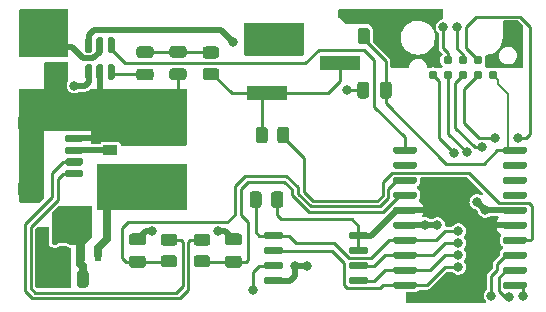
<source format=gtl>
G04 #@! TF.GenerationSoftware,KiCad,Pcbnew,6.0.2+dfsg-1*
G04 #@! TF.CreationDate,2023-09-18T08:20:45-06:00*
G04 #@! TF.ProjectId,ckt-dingdong-flash,636b742d-6469-46e6-9764-6f6e672d666c,rev?*
G04 #@! TF.SameCoordinates,Original*
G04 #@! TF.FileFunction,Copper,L1,Top*
G04 #@! TF.FilePolarity,Positive*
%FSLAX46Y46*%
G04 Gerber Fmt 4.6, Leading zero omitted, Abs format (unit mm)*
G04 Created by KiCad (PCBNEW 6.0.2+dfsg-1) date 2023-09-18 08:20:45*
%MOMM*%
%LPD*%
G01*
G04 APERTURE LIST*
G04 #@! TA.AperFunction,SMDPad,CuDef*
%ADD10R,0.550000X1.300000*%
G04 #@! TD*
G04 #@! TA.AperFunction,SMDPad,CuDef*
%ADD11R,3.429000X1.193800*%
G04 #@! TD*
G04 #@! TA.AperFunction,SMDPad,CuDef*
%ADD12R,3.454400X1.193800*%
G04 #@! TD*
G04 #@! TA.AperFunction,ConnectorPad*
%ADD13C,0.787400*%
G04 #@! TD*
G04 #@! TA.AperFunction,SMDPad,CuDef*
%ADD14R,1.200000X0.900000*%
G04 #@! TD*
G04 #@! TA.AperFunction,ViaPad*
%ADD15C,0.800000*%
G04 #@! TD*
G04 #@! TA.AperFunction,Conductor*
%ADD16C,0.635000*%
G04 #@! TD*
G04 #@! TA.AperFunction,Conductor*
%ADD17C,0.508000*%
G04 #@! TD*
G04 #@! TA.AperFunction,Conductor*
%ADD18C,0.254000*%
G04 #@! TD*
G04 #@! TA.AperFunction,Conductor*
%ADD19C,0.177800*%
G04 #@! TD*
G04 #@! TA.AperFunction,Conductor*
%ADD20C,0.203200*%
G04 #@! TD*
G04 #@! TA.AperFunction,Conductor*
%ADD21C,0.250000*%
G04 #@! TD*
G04 APERTURE END LIST*
G04 #@! TA.AperFunction,SMDPad,CuDef*
G36*
G01*
X41054000Y-155395000D02*
X42004000Y-155395000D01*
G75*
G02*
X42254000Y-155645000I0J-250000D01*
G01*
X42254000Y-156145000D01*
G75*
G02*
X42004000Y-156395000I-250000J0D01*
G01*
X41054000Y-156395000D01*
G75*
G02*
X40804000Y-156145000I0J250000D01*
G01*
X40804000Y-155645000D01*
G75*
G02*
X41054000Y-155395000I250000J0D01*
G01*
G37*
G04 #@! TD.AperFunction*
G04 #@! TA.AperFunction,SMDPad,CuDef*
G36*
G01*
X41054000Y-157295000D02*
X42004000Y-157295000D01*
G75*
G02*
X42254000Y-157545000I0J-250000D01*
G01*
X42254000Y-158045000D01*
G75*
G02*
X42004000Y-158295000I-250000J0D01*
G01*
X41054000Y-158295000D01*
G75*
G02*
X40804000Y-158045000I0J250000D01*
G01*
X40804000Y-157545000D01*
G75*
G02*
X41054000Y-157295000I250000J0D01*
G01*
G37*
G04 #@! TD.AperFunction*
G04 #@! TA.AperFunction,SMDPad,CuDef*
G36*
G01*
X41349000Y-175989000D02*
X41349000Y-175039000D01*
G75*
G02*
X41599000Y-174789000I250000J0D01*
G01*
X42099000Y-174789000D01*
G75*
G02*
X42349000Y-175039000I0J-250000D01*
G01*
X42349000Y-175989000D01*
G75*
G02*
X42099000Y-176239000I-250000J0D01*
G01*
X41599000Y-176239000D01*
G75*
G02*
X41349000Y-175989000I0J250000D01*
G01*
G37*
G04 #@! TD.AperFunction*
G04 #@! TA.AperFunction,SMDPad,CuDef*
G36*
G01*
X43249000Y-175989000D02*
X43249000Y-175039000D01*
G75*
G02*
X43499000Y-174789000I250000J0D01*
G01*
X43999000Y-174789000D01*
G75*
G02*
X44249000Y-175039000I0J-250000D01*
G01*
X44249000Y-175989000D01*
G75*
G02*
X43999000Y-176239000I-250000J0D01*
G01*
X43499000Y-176239000D01*
G75*
G02*
X43249000Y-175989000I0J250000D01*
G01*
G37*
G04 #@! TD.AperFunction*
G04 #@! TA.AperFunction,SMDPad,CuDef*
G36*
G01*
X48862000Y-174551000D02*
X47912000Y-174551000D01*
G75*
G02*
X47662000Y-174301000I0J250000D01*
G01*
X47662000Y-173801000D01*
G75*
G02*
X47912000Y-173551000I250000J0D01*
G01*
X48862000Y-173551000D01*
G75*
G02*
X49112000Y-173801000I0J-250000D01*
G01*
X49112000Y-174301000D01*
G75*
G02*
X48862000Y-174551000I-250000J0D01*
G01*
G37*
G04 #@! TD.AperFunction*
G04 #@! TA.AperFunction,SMDPad,CuDef*
G36*
G01*
X48862000Y-172651000D02*
X47912000Y-172651000D01*
G75*
G02*
X47662000Y-172401000I0J250000D01*
G01*
X47662000Y-171901000D01*
G75*
G02*
X47912000Y-171651000I250000J0D01*
G01*
X48862000Y-171651000D01*
G75*
G02*
X49112000Y-171901000I0J-250000D01*
G01*
X49112000Y-172401000D01*
G75*
G02*
X48862000Y-172651000I-250000J0D01*
G01*
G37*
G04 #@! TD.AperFunction*
G04 #@! TA.AperFunction,SMDPad,CuDef*
G36*
G01*
X81367000Y-175872000D02*
X81367000Y-176172000D01*
G75*
G02*
X81217000Y-176322000I-150000J0D01*
G01*
X79467000Y-176322000D01*
G75*
G02*
X79317000Y-176172000I0J150000D01*
G01*
X79317000Y-175872000D01*
G75*
G02*
X79467000Y-175722000I150000J0D01*
G01*
X81217000Y-175722000D01*
G75*
G02*
X81367000Y-175872000I0J-150000D01*
G01*
G37*
G04 #@! TD.AperFunction*
G04 #@! TA.AperFunction,SMDPad,CuDef*
G36*
G01*
X81367000Y-174602000D02*
X81367000Y-174902000D01*
G75*
G02*
X81217000Y-175052000I-150000J0D01*
G01*
X79467000Y-175052000D01*
G75*
G02*
X79317000Y-174902000I0J150000D01*
G01*
X79317000Y-174602000D01*
G75*
G02*
X79467000Y-174452000I150000J0D01*
G01*
X81217000Y-174452000D01*
G75*
G02*
X81367000Y-174602000I0J-150000D01*
G01*
G37*
G04 #@! TD.AperFunction*
G04 #@! TA.AperFunction,SMDPad,CuDef*
G36*
G01*
X81367000Y-173332000D02*
X81367000Y-173632000D01*
G75*
G02*
X81217000Y-173782000I-150000J0D01*
G01*
X79467000Y-173782000D01*
G75*
G02*
X79317000Y-173632000I0J150000D01*
G01*
X79317000Y-173332000D01*
G75*
G02*
X79467000Y-173182000I150000J0D01*
G01*
X81217000Y-173182000D01*
G75*
G02*
X81367000Y-173332000I0J-150000D01*
G01*
G37*
G04 #@! TD.AperFunction*
G04 #@! TA.AperFunction,SMDPad,CuDef*
G36*
G01*
X81367000Y-172062000D02*
X81367000Y-172362000D01*
G75*
G02*
X81217000Y-172512000I-150000J0D01*
G01*
X79467000Y-172512000D01*
G75*
G02*
X79317000Y-172362000I0J150000D01*
G01*
X79317000Y-172062000D01*
G75*
G02*
X79467000Y-171912000I150000J0D01*
G01*
X81217000Y-171912000D01*
G75*
G02*
X81367000Y-172062000I0J-150000D01*
G01*
G37*
G04 #@! TD.AperFunction*
G04 #@! TA.AperFunction,SMDPad,CuDef*
G36*
G01*
X81367000Y-170792000D02*
X81367000Y-171092000D01*
G75*
G02*
X81217000Y-171242000I-150000J0D01*
G01*
X79467000Y-171242000D01*
G75*
G02*
X79317000Y-171092000I0J150000D01*
G01*
X79317000Y-170792000D01*
G75*
G02*
X79467000Y-170642000I150000J0D01*
G01*
X81217000Y-170642000D01*
G75*
G02*
X81367000Y-170792000I0J-150000D01*
G01*
G37*
G04 #@! TD.AperFunction*
G04 #@! TA.AperFunction,SMDPad,CuDef*
G36*
G01*
X81367000Y-169522000D02*
X81367000Y-169822000D01*
G75*
G02*
X81217000Y-169972000I-150000J0D01*
G01*
X79467000Y-169972000D01*
G75*
G02*
X79317000Y-169822000I0J150000D01*
G01*
X79317000Y-169522000D01*
G75*
G02*
X79467000Y-169372000I150000J0D01*
G01*
X81217000Y-169372000D01*
G75*
G02*
X81367000Y-169522000I0J-150000D01*
G01*
G37*
G04 #@! TD.AperFunction*
G04 #@! TA.AperFunction,SMDPad,CuDef*
G36*
G01*
X81367000Y-168252000D02*
X81367000Y-168552000D01*
G75*
G02*
X81217000Y-168702000I-150000J0D01*
G01*
X79467000Y-168702000D01*
G75*
G02*
X79317000Y-168552000I0J150000D01*
G01*
X79317000Y-168252000D01*
G75*
G02*
X79467000Y-168102000I150000J0D01*
G01*
X81217000Y-168102000D01*
G75*
G02*
X81367000Y-168252000I0J-150000D01*
G01*
G37*
G04 #@! TD.AperFunction*
G04 #@! TA.AperFunction,SMDPad,CuDef*
G36*
G01*
X81367000Y-166982000D02*
X81367000Y-167282000D01*
G75*
G02*
X81217000Y-167432000I-150000J0D01*
G01*
X79467000Y-167432000D01*
G75*
G02*
X79317000Y-167282000I0J150000D01*
G01*
X79317000Y-166982000D01*
G75*
G02*
X79467000Y-166832000I150000J0D01*
G01*
X81217000Y-166832000D01*
G75*
G02*
X81367000Y-166982000I0J-150000D01*
G01*
G37*
G04 #@! TD.AperFunction*
G04 #@! TA.AperFunction,SMDPad,CuDef*
G36*
G01*
X81367000Y-165712000D02*
X81367000Y-166012000D01*
G75*
G02*
X81217000Y-166162000I-150000J0D01*
G01*
X79467000Y-166162000D01*
G75*
G02*
X79317000Y-166012000I0J150000D01*
G01*
X79317000Y-165712000D01*
G75*
G02*
X79467000Y-165562000I150000J0D01*
G01*
X81217000Y-165562000D01*
G75*
G02*
X81367000Y-165712000I0J-150000D01*
G01*
G37*
G04 #@! TD.AperFunction*
G04 #@! TA.AperFunction,SMDPad,CuDef*
G36*
G01*
X81367000Y-164442000D02*
X81367000Y-164742000D01*
G75*
G02*
X81217000Y-164892000I-150000J0D01*
G01*
X79467000Y-164892000D01*
G75*
G02*
X79317000Y-164742000I0J150000D01*
G01*
X79317000Y-164442000D01*
G75*
G02*
X79467000Y-164292000I150000J0D01*
G01*
X81217000Y-164292000D01*
G75*
G02*
X81367000Y-164442000I0J-150000D01*
G01*
G37*
G04 #@! TD.AperFunction*
G04 #@! TA.AperFunction,SMDPad,CuDef*
G36*
G01*
X72067000Y-164442000D02*
X72067000Y-164742000D01*
G75*
G02*
X71917000Y-164892000I-150000J0D01*
G01*
X70167000Y-164892000D01*
G75*
G02*
X70017000Y-164742000I0J150000D01*
G01*
X70017000Y-164442000D01*
G75*
G02*
X70167000Y-164292000I150000J0D01*
G01*
X71917000Y-164292000D01*
G75*
G02*
X72067000Y-164442000I0J-150000D01*
G01*
G37*
G04 #@! TD.AperFunction*
G04 #@! TA.AperFunction,SMDPad,CuDef*
G36*
G01*
X72067000Y-165712000D02*
X72067000Y-166012000D01*
G75*
G02*
X71917000Y-166162000I-150000J0D01*
G01*
X70167000Y-166162000D01*
G75*
G02*
X70017000Y-166012000I0J150000D01*
G01*
X70017000Y-165712000D01*
G75*
G02*
X70167000Y-165562000I150000J0D01*
G01*
X71917000Y-165562000D01*
G75*
G02*
X72067000Y-165712000I0J-150000D01*
G01*
G37*
G04 #@! TD.AperFunction*
G04 #@! TA.AperFunction,SMDPad,CuDef*
G36*
G01*
X72067000Y-166982000D02*
X72067000Y-167282000D01*
G75*
G02*
X71917000Y-167432000I-150000J0D01*
G01*
X70167000Y-167432000D01*
G75*
G02*
X70017000Y-167282000I0J150000D01*
G01*
X70017000Y-166982000D01*
G75*
G02*
X70167000Y-166832000I150000J0D01*
G01*
X71917000Y-166832000D01*
G75*
G02*
X72067000Y-166982000I0J-150000D01*
G01*
G37*
G04 #@! TD.AperFunction*
G04 #@! TA.AperFunction,SMDPad,CuDef*
G36*
G01*
X72067000Y-168252000D02*
X72067000Y-168552000D01*
G75*
G02*
X71917000Y-168702000I-150000J0D01*
G01*
X70167000Y-168702000D01*
G75*
G02*
X70017000Y-168552000I0J150000D01*
G01*
X70017000Y-168252000D01*
G75*
G02*
X70167000Y-168102000I150000J0D01*
G01*
X71917000Y-168102000D01*
G75*
G02*
X72067000Y-168252000I0J-150000D01*
G01*
G37*
G04 #@! TD.AperFunction*
G04 #@! TA.AperFunction,SMDPad,CuDef*
G36*
G01*
X72067000Y-169522000D02*
X72067000Y-169822000D01*
G75*
G02*
X71917000Y-169972000I-150000J0D01*
G01*
X70167000Y-169972000D01*
G75*
G02*
X70017000Y-169822000I0J150000D01*
G01*
X70017000Y-169522000D01*
G75*
G02*
X70167000Y-169372000I150000J0D01*
G01*
X71917000Y-169372000D01*
G75*
G02*
X72067000Y-169522000I0J-150000D01*
G01*
G37*
G04 #@! TD.AperFunction*
G04 #@! TA.AperFunction,SMDPad,CuDef*
G36*
G01*
X72067000Y-170792000D02*
X72067000Y-171092000D01*
G75*
G02*
X71917000Y-171242000I-150000J0D01*
G01*
X70167000Y-171242000D01*
G75*
G02*
X70017000Y-171092000I0J150000D01*
G01*
X70017000Y-170792000D01*
G75*
G02*
X70167000Y-170642000I150000J0D01*
G01*
X71917000Y-170642000D01*
G75*
G02*
X72067000Y-170792000I0J-150000D01*
G01*
G37*
G04 #@! TD.AperFunction*
G04 #@! TA.AperFunction,SMDPad,CuDef*
G36*
G01*
X72067000Y-172062000D02*
X72067000Y-172362000D01*
G75*
G02*
X71917000Y-172512000I-150000J0D01*
G01*
X70167000Y-172512000D01*
G75*
G02*
X70017000Y-172362000I0J150000D01*
G01*
X70017000Y-172062000D01*
G75*
G02*
X70167000Y-171912000I150000J0D01*
G01*
X71917000Y-171912000D01*
G75*
G02*
X72067000Y-172062000I0J-150000D01*
G01*
G37*
G04 #@! TD.AperFunction*
G04 #@! TA.AperFunction,SMDPad,CuDef*
G36*
G01*
X72067000Y-173332000D02*
X72067000Y-173632000D01*
G75*
G02*
X71917000Y-173782000I-150000J0D01*
G01*
X70167000Y-173782000D01*
G75*
G02*
X70017000Y-173632000I0J150000D01*
G01*
X70017000Y-173332000D01*
G75*
G02*
X70167000Y-173182000I150000J0D01*
G01*
X71917000Y-173182000D01*
G75*
G02*
X72067000Y-173332000I0J-150000D01*
G01*
G37*
G04 #@! TD.AperFunction*
G04 #@! TA.AperFunction,SMDPad,CuDef*
G36*
G01*
X72067000Y-174602000D02*
X72067000Y-174902000D01*
G75*
G02*
X71917000Y-175052000I-150000J0D01*
G01*
X70167000Y-175052000D01*
G75*
G02*
X70017000Y-174902000I0J150000D01*
G01*
X70017000Y-174602000D01*
G75*
G02*
X70167000Y-174452000I150000J0D01*
G01*
X71917000Y-174452000D01*
G75*
G02*
X72067000Y-174602000I0J-150000D01*
G01*
G37*
G04 #@! TD.AperFunction*
G04 #@! TA.AperFunction,SMDPad,CuDef*
G36*
G01*
X72067000Y-175872000D02*
X72067000Y-176172000D01*
G75*
G02*
X71917000Y-176322000I-150000J0D01*
G01*
X70167000Y-176322000D01*
G75*
G02*
X70017000Y-176172000I0J150000D01*
G01*
X70017000Y-175872000D01*
G75*
G02*
X70167000Y-175722000I150000J0D01*
G01*
X71917000Y-175722000D01*
G75*
G02*
X72067000Y-175872000I0J-150000D01*
G01*
G37*
G04 #@! TD.AperFunction*
G04 #@! TA.AperFunction,SMDPad,CuDef*
G36*
G01*
X56990000Y-174551000D02*
X56040000Y-174551000D01*
G75*
G02*
X55790000Y-174301000I0J250000D01*
G01*
X55790000Y-173801000D01*
G75*
G02*
X56040000Y-173551000I250000J0D01*
G01*
X56990000Y-173551000D01*
G75*
G02*
X57240000Y-173801000I0J-250000D01*
G01*
X57240000Y-174301000D01*
G75*
G02*
X56990000Y-174551000I-250000J0D01*
G01*
G37*
G04 #@! TD.AperFunction*
G04 #@! TA.AperFunction,SMDPad,CuDef*
G36*
G01*
X56990000Y-172651000D02*
X56040000Y-172651000D01*
G75*
G02*
X55790000Y-172401000I0J250000D01*
G01*
X55790000Y-171901000D01*
G75*
G02*
X56040000Y-171651000I250000J0D01*
G01*
X56990000Y-171651000D01*
G75*
G02*
X57240000Y-171901000I0J-250000D01*
G01*
X57240000Y-172401000D01*
G75*
G02*
X56990000Y-172651000I-250000J0D01*
G01*
G37*
G04 #@! TD.AperFunction*
G04 #@! TA.AperFunction,SMDPad,CuDef*
G36*
G01*
X51341000Y-155776000D02*
X52291000Y-155776000D01*
G75*
G02*
X52541000Y-156026000I0J-250000D01*
G01*
X52541000Y-156526000D01*
G75*
G02*
X52291000Y-156776000I-250000J0D01*
G01*
X51341000Y-156776000D01*
G75*
G02*
X51091000Y-156526000I0J250000D01*
G01*
X51091000Y-156026000D01*
G75*
G02*
X51341000Y-155776000I250000J0D01*
G01*
G37*
G04 #@! TD.AperFunction*
G04 #@! TA.AperFunction,SMDPad,CuDef*
G36*
G01*
X51341000Y-157676000D02*
X52291000Y-157676000D01*
G75*
G02*
X52541000Y-157926000I0J-250000D01*
G01*
X52541000Y-158426000D01*
G75*
G02*
X52291000Y-158676000I-250000J0D01*
G01*
X51341000Y-158676000D01*
G75*
G02*
X51091000Y-158426000I0J250000D01*
G01*
X51091000Y-157926000D01*
G75*
G02*
X51341000Y-157676000I250000J0D01*
G01*
G37*
G04 #@! TD.AperFunction*
D10*
X42061000Y-173354000D03*
G04 #@! TA.AperFunction,SMDPad,CuDef*
G36*
X44486000Y-169404000D02*
G01*
X44486000Y-172004000D01*
X43961000Y-172529000D01*
X43961000Y-174004000D01*
X43161000Y-174004000D01*
X43161000Y-172529000D01*
X42636000Y-172004000D01*
X42636000Y-169404000D01*
X44486000Y-169404000D01*
G37*
G04 #@! TD.AperFunction*
X45061000Y-173354000D03*
G04 #@! TA.AperFunction,SMDPad,CuDef*
G36*
G01*
X60734000Y-168333000D02*
X60734000Y-169233000D01*
G75*
G02*
X60484000Y-169483000I-250000J0D01*
G01*
X59959000Y-169483000D01*
G75*
G02*
X59709000Y-169233000I0J250000D01*
G01*
X59709000Y-168333000D01*
G75*
G02*
X59959000Y-168083000I250000J0D01*
G01*
X60484000Y-168083000D01*
G75*
G02*
X60734000Y-168333000I0J-250000D01*
G01*
G37*
G04 #@! TD.AperFunction*
G04 #@! TA.AperFunction,SMDPad,CuDef*
G36*
G01*
X58909000Y-168333000D02*
X58909000Y-169233000D01*
G75*
G02*
X58659000Y-169483000I-250000J0D01*
G01*
X58134000Y-169483000D01*
G75*
G02*
X57884000Y-169233000I0J250000D01*
G01*
X57884000Y-168333000D01*
G75*
G02*
X58134000Y-168083000I250000J0D01*
G01*
X58659000Y-168083000D01*
G75*
G02*
X58909000Y-168333000I0J-250000D01*
G01*
G37*
G04 #@! TD.AperFunction*
G04 #@! TA.AperFunction,SMDPad,CuDef*
G36*
G01*
X49497000Y-158696000D02*
X48547000Y-158696000D01*
G75*
G02*
X48297000Y-158446000I0J250000D01*
G01*
X48297000Y-157946000D01*
G75*
G02*
X48547000Y-157696000I250000J0D01*
G01*
X49497000Y-157696000D01*
G75*
G02*
X49747000Y-157946000I0J-250000D01*
G01*
X49747000Y-158446000D01*
G75*
G02*
X49497000Y-158696000I-250000J0D01*
G01*
G37*
G04 #@! TD.AperFunction*
G04 #@! TA.AperFunction,SMDPad,CuDef*
G36*
G01*
X49497000Y-156796000D02*
X48547000Y-156796000D01*
G75*
G02*
X48297000Y-156546000I0J250000D01*
G01*
X48297000Y-156046000D01*
G75*
G02*
X48547000Y-155796000I250000J0D01*
G01*
X49497000Y-155796000D01*
G75*
G02*
X49747000Y-156046000I0J-250000D01*
G01*
X49747000Y-156546000D01*
G75*
G02*
X49497000Y-156796000I-250000J0D01*
G01*
G37*
G04 #@! TD.AperFunction*
D11*
X59397900Y-154686000D03*
D12*
X65557400Y-157226000D03*
D11*
X59397900Y-159766000D03*
G04 #@! TA.AperFunction,SMDPad,CuDef*
G36*
G01*
X52112000Y-169423000D02*
X51012000Y-169423000D01*
G75*
G02*
X50762000Y-169173000I0J250000D01*
G01*
X50762000Y-166173000D01*
G75*
G02*
X51012000Y-165923000I250000J0D01*
G01*
X52112000Y-165923000D01*
G75*
G02*
X52362000Y-166173000I0J-250000D01*
G01*
X52362000Y-169173000D01*
G75*
G02*
X52112000Y-169423000I-250000J0D01*
G01*
G37*
G04 #@! TD.AperFunction*
G04 #@! TA.AperFunction,SMDPad,CuDef*
G36*
G01*
X52112000Y-164023000D02*
X51012000Y-164023000D01*
G75*
G02*
X50762000Y-163773000I0J250000D01*
G01*
X50762000Y-160773000D01*
G75*
G02*
X51012000Y-160523000I250000J0D01*
G01*
X52112000Y-160523000D01*
G75*
G02*
X52362000Y-160773000I0J-250000D01*
G01*
X52362000Y-163773000D01*
G75*
G02*
X52112000Y-164023000I-250000J0D01*
G01*
G37*
G04 #@! TD.AperFunction*
D13*
X73406000Y-158242000D03*
X74676000Y-158242000D03*
X75946000Y-158242000D03*
X77216000Y-158242000D03*
X78486000Y-158242000D03*
X78486000Y-156972000D03*
X77216000Y-156972000D03*
X75946000Y-156972000D03*
X74676000Y-156972000D03*
X73406000Y-156972000D03*
G04 #@! TA.AperFunction,SMDPad,CuDef*
G36*
G01*
X42396000Y-163300000D02*
X43646000Y-163300000D01*
G75*
G02*
X43796000Y-163450000I0J-150000D01*
G01*
X43796000Y-163750000D01*
G75*
G02*
X43646000Y-163900000I-150000J0D01*
G01*
X42396000Y-163900000D01*
G75*
G02*
X42246000Y-163750000I0J150000D01*
G01*
X42246000Y-163450000D01*
G75*
G02*
X42396000Y-163300000I150000J0D01*
G01*
G37*
G04 #@! TD.AperFunction*
G04 #@! TA.AperFunction,SMDPad,CuDef*
G36*
G01*
X42396000Y-164300000D02*
X43646000Y-164300000D01*
G75*
G02*
X43796000Y-164450000I0J-150000D01*
G01*
X43796000Y-164750000D01*
G75*
G02*
X43646000Y-164900000I-150000J0D01*
G01*
X42396000Y-164900000D01*
G75*
G02*
X42246000Y-164750000I0J150000D01*
G01*
X42246000Y-164450000D01*
G75*
G02*
X42396000Y-164300000I150000J0D01*
G01*
G37*
G04 #@! TD.AperFunction*
G04 #@! TA.AperFunction,SMDPad,CuDef*
G36*
G01*
X42396000Y-165300000D02*
X43646000Y-165300000D01*
G75*
G02*
X43796000Y-165450000I0J-150000D01*
G01*
X43796000Y-165750000D01*
G75*
G02*
X43646000Y-165900000I-150000J0D01*
G01*
X42396000Y-165900000D01*
G75*
G02*
X42246000Y-165750000I0J150000D01*
G01*
X42246000Y-165450000D01*
G75*
G02*
X42396000Y-165300000I150000J0D01*
G01*
G37*
G04 #@! TD.AperFunction*
G04 #@! TA.AperFunction,SMDPad,CuDef*
G36*
G01*
X42396000Y-166300000D02*
X43646000Y-166300000D01*
G75*
G02*
X43796000Y-166450000I0J-150000D01*
G01*
X43796000Y-166750000D01*
G75*
G02*
X43646000Y-166900000I-150000J0D01*
G01*
X42396000Y-166900000D01*
G75*
G02*
X42246000Y-166750000I0J150000D01*
G01*
X42246000Y-166450000D01*
G75*
G02*
X42396000Y-166300000I150000J0D01*
G01*
G37*
G04 #@! TD.AperFunction*
G04 #@! TA.AperFunction,SMDPad,CuDef*
G36*
G01*
X38496000Y-161700000D02*
X39796000Y-161700000D01*
G75*
G02*
X40046000Y-161950000I0J-250000D01*
G01*
X40046000Y-162650000D01*
G75*
G02*
X39796000Y-162900000I-250000J0D01*
G01*
X38496000Y-162900000D01*
G75*
G02*
X38246000Y-162650000I0J250000D01*
G01*
X38246000Y-161950000D01*
G75*
G02*
X38496000Y-161700000I250000J0D01*
G01*
G37*
G04 #@! TD.AperFunction*
G04 #@! TA.AperFunction,SMDPad,CuDef*
G36*
G01*
X38496000Y-167300000D02*
X39796000Y-167300000D01*
G75*
G02*
X40046000Y-167550000I0J-250000D01*
G01*
X40046000Y-168250000D01*
G75*
G02*
X39796000Y-168500000I-250000J0D01*
G01*
X38496000Y-168500000D01*
G75*
G02*
X38246000Y-168250000I0J250000D01*
G01*
X38246000Y-167550000D01*
G75*
G02*
X38496000Y-167300000I250000J0D01*
G01*
G37*
G04 #@! TD.AperFunction*
G04 #@! TA.AperFunction,SMDPad,CuDef*
G36*
G01*
X44412000Y-158645000D02*
X44112000Y-158645000D01*
G75*
G02*
X43962000Y-158495000I0J150000D01*
G01*
X43962000Y-157470000D01*
G75*
G02*
X44112000Y-157320000I150000J0D01*
G01*
X44412000Y-157320000D01*
G75*
G02*
X44562000Y-157470000I0J-150000D01*
G01*
X44562000Y-158495000D01*
G75*
G02*
X44412000Y-158645000I-150000J0D01*
G01*
G37*
G04 #@! TD.AperFunction*
G04 #@! TA.AperFunction,SMDPad,CuDef*
G36*
G01*
X45362000Y-158645000D02*
X45062000Y-158645000D01*
G75*
G02*
X44912000Y-158495000I0J150000D01*
G01*
X44912000Y-157470000D01*
G75*
G02*
X45062000Y-157320000I150000J0D01*
G01*
X45362000Y-157320000D01*
G75*
G02*
X45512000Y-157470000I0J-150000D01*
G01*
X45512000Y-158495000D01*
G75*
G02*
X45362000Y-158645000I-150000J0D01*
G01*
G37*
G04 #@! TD.AperFunction*
G04 #@! TA.AperFunction,SMDPad,CuDef*
G36*
G01*
X46312000Y-158645000D02*
X46012000Y-158645000D01*
G75*
G02*
X45862000Y-158495000I0J150000D01*
G01*
X45862000Y-157470000D01*
G75*
G02*
X46012000Y-157320000I150000J0D01*
G01*
X46312000Y-157320000D01*
G75*
G02*
X46462000Y-157470000I0J-150000D01*
G01*
X46462000Y-158495000D01*
G75*
G02*
X46312000Y-158645000I-150000J0D01*
G01*
G37*
G04 #@! TD.AperFunction*
G04 #@! TA.AperFunction,SMDPad,CuDef*
G36*
G01*
X46312000Y-156370000D02*
X46012000Y-156370000D01*
G75*
G02*
X45862000Y-156220000I0J150000D01*
G01*
X45862000Y-155195000D01*
G75*
G02*
X46012000Y-155045000I150000J0D01*
G01*
X46312000Y-155045000D01*
G75*
G02*
X46462000Y-155195000I0J-150000D01*
G01*
X46462000Y-156220000D01*
G75*
G02*
X46312000Y-156370000I-150000J0D01*
G01*
G37*
G04 #@! TD.AperFunction*
G04 #@! TA.AperFunction,SMDPad,CuDef*
G36*
G01*
X45362000Y-156370000D02*
X45062000Y-156370000D01*
G75*
G02*
X44912000Y-156220000I0J150000D01*
G01*
X44912000Y-155195000D01*
G75*
G02*
X45062000Y-155045000I150000J0D01*
G01*
X45362000Y-155045000D01*
G75*
G02*
X45512000Y-155195000I0J-150000D01*
G01*
X45512000Y-156220000D01*
G75*
G02*
X45362000Y-156370000I-150000J0D01*
G01*
G37*
G04 #@! TD.AperFunction*
G04 #@! TA.AperFunction,SMDPad,CuDef*
G36*
G01*
X44412000Y-156370000D02*
X44112000Y-156370000D01*
G75*
G02*
X43962000Y-156220000I0J150000D01*
G01*
X43962000Y-155195000D01*
G75*
G02*
X44112000Y-155045000I150000J0D01*
G01*
X44412000Y-155045000D01*
G75*
G02*
X44562000Y-155195000I0J-150000D01*
G01*
X44562000Y-156220000D01*
G75*
G02*
X44412000Y-156370000I-150000J0D01*
G01*
G37*
G04 #@! TD.AperFunction*
D14*
X46101000Y-167893000D03*
X46101000Y-164593000D03*
G04 #@! TA.AperFunction,SMDPad,CuDef*
G36*
G01*
X53398000Y-171676000D02*
X54298000Y-171676000D01*
G75*
G02*
X54548000Y-171926000I0J-250000D01*
G01*
X54548000Y-172451000D01*
G75*
G02*
X54298000Y-172701000I-250000J0D01*
G01*
X53398000Y-172701000D01*
G75*
G02*
X53148000Y-172451000I0J250000D01*
G01*
X53148000Y-171926000D01*
G75*
G02*
X53398000Y-171676000I250000J0D01*
G01*
G37*
G04 #@! TD.AperFunction*
G04 #@! TA.AperFunction,SMDPad,CuDef*
G36*
G01*
X53398000Y-173501000D02*
X54298000Y-173501000D01*
G75*
G02*
X54548000Y-173751000I0J-250000D01*
G01*
X54548000Y-174276000D01*
G75*
G02*
X54298000Y-174526000I-250000J0D01*
G01*
X53398000Y-174526000D01*
G75*
G02*
X53148000Y-174276000I0J250000D01*
G01*
X53148000Y-173751000D01*
G75*
G02*
X53398000Y-173501000I250000J0D01*
G01*
G37*
G04 #@! TD.AperFunction*
G04 #@! TA.AperFunction,SMDPad,CuDef*
G36*
G01*
X50604000Y-171676000D02*
X51504000Y-171676000D01*
G75*
G02*
X51754000Y-171926000I0J-250000D01*
G01*
X51754000Y-172451000D01*
G75*
G02*
X51504000Y-172701000I-250000J0D01*
G01*
X50604000Y-172701000D01*
G75*
G02*
X50354000Y-172451000I0J250000D01*
G01*
X50354000Y-171926000D01*
G75*
G02*
X50604000Y-171676000I250000J0D01*
G01*
G37*
G04 #@! TD.AperFunction*
G04 #@! TA.AperFunction,SMDPad,CuDef*
G36*
G01*
X50604000Y-173501000D02*
X51504000Y-173501000D01*
G75*
G02*
X51754000Y-173751000I0J-250000D01*
G01*
X51754000Y-174276000D01*
G75*
G02*
X51504000Y-174526000I-250000J0D01*
G01*
X50604000Y-174526000D01*
G75*
G02*
X50354000Y-174276000I0J250000D01*
G01*
X50354000Y-173751000D01*
G75*
G02*
X50604000Y-173501000I250000J0D01*
G01*
G37*
G04 #@! TD.AperFunction*
G04 #@! TA.AperFunction,SMDPad,CuDef*
G36*
G01*
X59100000Y-171981000D02*
X59100000Y-171681000D01*
G75*
G02*
X59250000Y-171531000I150000J0D01*
G01*
X60550000Y-171531000D01*
G75*
G02*
X60700000Y-171681000I0J-150000D01*
G01*
X60700000Y-171981000D01*
G75*
G02*
X60550000Y-172131000I-150000J0D01*
G01*
X59250000Y-172131000D01*
G75*
G02*
X59100000Y-171981000I0J150000D01*
G01*
G37*
G04 #@! TD.AperFunction*
G04 #@! TA.AperFunction,SMDPad,CuDef*
G36*
G01*
X59100000Y-173251000D02*
X59100000Y-172951000D01*
G75*
G02*
X59250000Y-172801000I150000J0D01*
G01*
X60550000Y-172801000D01*
G75*
G02*
X60700000Y-172951000I0J-150000D01*
G01*
X60700000Y-173251000D01*
G75*
G02*
X60550000Y-173401000I-150000J0D01*
G01*
X59250000Y-173401000D01*
G75*
G02*
X59100000Y-173251000I0J150000D01*
G01*
G37*
G04 #@! TD.AperFunction*
G04 #@! TA.AperFunction,SMDPad,CuDef*
G36*
G01*
X59100000Y-174521000D02*
X59100000Y-174221000D01*
G75*
G02*
X59250000Y-174071000I150000J0D01*
G01*
X60550000Y-174071000D01*
G75*
G02*
X60700000Y-174221000I0J-150000D01*
G01*
X60700000Y-174521000D01*
G75*
G02*
X60550000Y-174671000I-150000J0D01*
G01*
X59250000Y-174671000D01*
G75*
G02*
X59100000Y-174521000I0J150000D01*
G01*
G37*
G04 #@! TD.AperFunction*
G04 #@! TA.AperFunction,SMDPad,CuDef*
G36*
G01*
X59100000Y-175791000D02*
X59100000Y-175491000D01*
G75*
G02*
X59250000Y-175341000I150000J0D01*
G01*
X60550000Y-175341000D01*
G75*
G02*
X60700000Y-175491000I0J-150000D01*
G01*
X60700000Y-175791000D01*
G75*
G02*
X60550000Y-175941000I-150000J0D01*
G01*
X59250000Y-175941000D01*
G75*
G02*
X59100000Y-175791000I0J150000D01*
G01*
G37*
G04 #@! TD.AperFunction*
G04 #@! TA.AperFunction,SMDPad,CuDef*
G36*
G01*
X66300000Y-175791000D02*
X66300000Y-175491000D01*
G75*
G02*
X66450000Y-175341000I150000J0D01*
G01*
X67750000Y-175341000D01*
G75*
G02*
X67900000Y-175491000I0J-150000D01*
G01*
X67900000Y-175791000D01*
G75*
G02*
X67750000Y-175941000I-150000J0D01*
G01*
X66450000Y-175941000D01*
G75*
G02*
X66300000Y-175791000I0J150000D01*
G01*
G37*
G04 #@! TD.AperFunction*
G04 #@! TA.AperFunction,SMDPad,CuDef*
G36*
G01*
X66300000Y-174521000D02*
X66300000Y-174221000D01*
G75*
G02*
X66450000Y-174071000I150000J0D01*
G01*
X67750000Y-174071000D01*
G75*
G02*
X67900000Y-174221000I0J-150000D01*
G01*
X67900000Y-174521000D01*
G75*
G02*
X67750000Y-174671000I-150000J0D01*
G01*
X66450000Y-174671000D01*
G75*
G02*
X66300000Y-174521000I0J150000D01*
G01*
G37*
G04 #@! TD.AperFunction*
G04 #@! TA.AperFunction,SMDPad,CuDef*
G36*
G01*
X66300000Y-173251000D02*
X66300000Y-172951000D01*
G75*
G02*
X66450000Y-172801000I150000J0D01*
G01*
X67750000Y-172801000D01*
G75*
G02*
X67900000Y-172951000I0J-150000D01*
G01*
X67900000Y-173251000D01*
G75*
G02*
X67750000Y-173401000I-150000J0D01*
G01*
X66450000Y-173401000D01*
G75*
G02*
X66300000Y-173251000I0J150000D01*
G01*
G37*
G04 #@! TD.AperFunction*
G04 #@! TA.AperFunction,SMDPad,CuDef*
G36*
G01*
X66300000Y-171981000D02*
X66300000Y-171681000D01*
G75*
G02*
X66450000Y-171531000I150000J0D01*
G01*
X67750000Y-171531000D01*
G75*
G02*
X67900000Y-171681000I0J-150000D01*
G01*
X67900000Y-171981000D01*
G75*
G02*
X67750000Y-172131000I-150000J0D01*
G01*
X66450000Y-172131000D01*
G75*
G02*
X66300000Y-171981000I0J150000D01*
G01*
G37*
G04 #@! TD.AperFunction*
G04 #@! TA.AperFunction,SMDPad,CuDef*
G36*
G01*
X67028000Y-155390000D02*
X67028000Y-154490000D01*
G75*
G02*
X67278000Y-154240000I250000J0D01*
G01*
X67803000Y-154240000D01*
G75*
G02*
X68053000Y-154490000I0J-250000D01*
G01*
X68053000Y-155390000D01*
G75*
G02*
X67803000Y-155640000I-250000J0D01*
G01*
X67278000Y-155640000D01*
G75*
G02*
X67028000Y-155390000I0J250000D01*
G01*
G37*
G04 #@! TD.AperFunction*
G04 #@! TA.AperFunction,SMDPad,CuDef*
G36*
G01*
X68853000Y-155390000D02*
X68853000Y-154490000D01*
G75*
G02*
X69103000Y-154240000I250000J0D01*
G01*
X69628000Y-154240000D01*
G75*
G02*
X69878000Y-154490000I0J-250000D01*
G01*
X69878000Y-155390000D01*
G75*
G02*
X69628000Y-155640000I-250000J0D01*
G01*
X69103000Y-155640000D01*
G75*
G02*
X68853000Y-155390000I0J250000D01*
G01*
G37*
G04 #@! TD.AperFunction*
G04 #@! TA.AperFunction,SMDPad,CuDef*
G36*
G01*
X54160000Y-155821000D02*
X55060000Y-155821000D01*
G75*
G02*
X55310000Y-156071000I0J-250000D01*
G01*
X55310000Y-156596000D01*
G75*
G02*
X55060000Y-156846000I-250000J0D01*
G01*
X54160000Y-156846000D01*
G75*
G02*
X53910000Y-156596000I0J250000D01*
G01*
X53910000Y-156071000D01*
G75*
G02*
X54160000Y-155821000I250000J0D01*
G01*
G37*
G04 #@! TD.AperFunction*
G04 #@! TA.AperFunction,SMDPad,CuDef*
G36*
G01*
X54160000Y-157646000D02*
X55060000Y-157646000D01*
G75*
G02*
X55310000Y-157896000I0J-250000D01*
G01*
X55310000Y-158421000D01*
G75*
G02*
X55060000Y-158671000I-250000J0D01*
G01*
X54160000Y-158671000D01*
G75*
G02*
X53910000Y-158421000I0J250000D01*
G01*
X53910000Y-157896000D01*
G75*
G02*
X54160000Y-157646000I250000J0D01*
G01*
G37*
G04 #@! TD.AperFunction*
G04 #@! TA.AperFunction,SMDPad,CuDef*
G36*
G01*
X69903000Y-159037000D02*
X69903000Y-159987000D01*
G75*
G02*
X69653000Y-160237000I-250000J0D01*
G01*
X69153000Y-160237000D01*
G75*
G02*
X68903000Y-159987000I0J250000D01*
G01*
X68903000Y-159037000D01*
G75*
G02*
X69153000Y-158787000I250000J0D01*
G01*
X69653000Y-158787000D01*
G75*
G02*
X69903000Y-159037000I0J-250000D01*
G01*
G37*
G04 #@! TD.AperFunction*
G04 #@! TA.AperFunction,SMDPad,CuDef*
G36*
G01*
X68003000Y-159037000D02*
X68003000Y-159987000D01*
G75*
G02*
X67753000Y-160237000I-250000J0D01*
G01*
X67253000Y-160237000D01*
G75*
G02*
X67003000Y-159987000I0J250000D01*
G01*
X67003000Y-159037000D01*
G75*
G02*
X67253000Y-158787000I250000J0D01*
G01*
X67753000Y-158787000D01*
G75*
G02*
X68003000Y-159037000I0J-250000D01*
G01*
G37*
G04 #@! TD.AperFunction*
G04 #@! TA.AperFunction,SMDPad,CuDef*
G36*
G01*
X58392000Y-163772000D02*
X58392000Y-162872000D01*
G75*
G02*
X58642000Y-162622000I250000J0D01*
G01*
X59167000Y-162622000D01*
G75*
G02*
X59417000Y-162872000I0J-250000D01*
G01*
X59417000Y-163772000D01*
G75*
G02*
X59167000Y-164022000I-250000J0D01*
G01*
X58642000Y-164022000D01*
G75*
G02*
X58392000Y-163772000I0J250000D01*
G01*
G37*
G04 #@! TD.AperFunction*
G04 #@! TA.AperFunction,SMDPad,CuDef*
G36*
G01*
X60217000Y-163772000D02*
X60217000Y-162872000D01*
G75*
G02*
X60467000Y-162622000I250000J0D01*
G01*
X60992000Y-162622000D01*
G75*
G02*
X61242000Y-162872000I0J-250000D01*
G01*
X61242000Y-163772000D01*
G75*
G02*
X60992000Y-164022000I-250000J0D01*
G01*
X60467000Y-164022000D01*
G75*
G02*
X60217000Y-163772000I0J250000D01*
G01*
G37*
G04 #@! TD.AperFunction*
D15*
X77851000Y-169672000D03*
X41910000Y-171958000D03*
X49657000Y-171450000D03*
X41910000Y-170942000D03*
X47498000Y-160909000D03*
X66167000Y-159512000D03*
X55245000Y-171450000D03*
X47498000Y-162941000D03*
X44958000Y-160909000D03*
X44958000Y-162941000D03*
X80137000Y-155321000D03*
X46228000Y-161925000D03*
X61722000Y-155956000D03*
X61722000Y-174371000D03*
X46228000Y-160909000D03*
X80137000Y-154305000D03*
X73787000Y-170942000D03*
X41910000Y-169926000D03*
X47498000Y-161925000D03*
X62738000Y-174371000D03*
X72771000Y-170942000D03*
X77152500Y-168973500D03*
X44958000Y-161925000D03*
X60706000Y-155956000D03*
X76581000Y-176784000D03*
X41783000Y-153162000D03*
X40894000Y-153670000D03*
X67183000Y-153289000D03*
X77089000Y-175895000D03*
X38862000Y-154178000D03*
X40386000Y-173609000D03*
X38862000Y-153162000D03*
X68199000Y-153289000D03*
X40005000Y-154178000D03*
X75184000Y-176784000D03*
X40005000Y-156210000D03*
X38862000Y-156210000D03*
X40005000Y-155194000D03*
X74549000Y-175895000D03*
X38862000Y-155194000D03*
X41783000Y-154178000D03*
X70231000Y-153289000D03*
X40386000Y-171577000D03*
X58166000Y-176403000D03*
X40005000Y-153162000D03*
X40386000Y-174625000D03*
X75819000Y-175895000D03*
X69215000Y-153289000D03*
X40386000Y-175641000D03*
X66167000Y-153289000D03*
X40386000Y-172593000D03*
X73914000Y-176784000D03*
X81026000Y-176911000D03*
X74295000Y-154178000D03*
X79883000Y-177038000D03*
X75438000Y-154178000D03*
X78359000Y-176911000D03*
X80645000Y-163576000D03*
X75565000Y-171450000D03*
X75184000Y-164846000D03*
X75565000Y-172466000D03*
X76254260Y-164791740D03*
X75565000Y-174498000D03*
X78684000Y-163576000D03*
X75565000Y-173482000D03*
X77597000Y-164338000D03*
X56515000Y-155448000D03*
X43053000Y-159131000D03*
D16*
X51342000Y-167893000D02*
X51562000Y-167673000D01*
X45061000Y-172871000D02*
X45847000Y-172085000D01*
X45061000Y-173481000D02*
X45061000Y-172871000D01*
X45847000Y-172085000D02*
X45847000Y-169164000D01*
D17*
X43021000Y-163600000D02*
X44934000Y-163600000D01*
X59900000Y-175641000D02*
X61341000Y-175641000D01*
D16*
X43561000Y-173266500D02*
X43561000Y-174244000D01*
D17*
X49657000Y-171450000D02*
X49088000Y-171450000D01*
X61341000Y-175641000D02*
X61722000Y-175260000D01*
X55245000Y-171450000D02*
X55814000Y-171450000D01*
D18*
X51816000Y-158176000D02*
X51816000Y-160020000D01*
D17*
X61722000Y-175260000D02*
X61722000Y-174371000D01*
D19*
X78486000Y-156675604D02*
X78486000Y-156972000D01*
D17*
X45212000Y-157982500D02*
X45212000Y-159893000D01*
X77851000Y-169672000D02*
X80342000Y-169672000D01*
D16*
X43561000Y-174244000D02*
X43749000Y-174432000D01*
D17*
X71042000Y-170942000D02*
X72771000Y-170942000D01*
X73787000Y-170942000D02*
X72771000Y-170942000D01*
X61722000Y-174371000D02*
X62738000Y-174371000D01*
D16*
X43749000Y-174432000D02*
X43749000Y-175514000D01*
D17*
X77152500Y-168973500D02*
X77851000Y-169672000D01*
X49088000Y-171450000D02*
X48387000Y-172151000D01*
D18*
X66167000Y-159512000D02*
X67503000Y-159512000D01*
D17*
X55814000Y-171450000D02*
X56515000Y-172151000D01*
X45212000Y-155707500D02*
X45212000Y-156274185D01*
X67100000Y-171831000D02*
X68199000Y-171831000D01*
X43794000Y-156824000D02*
X42865000Y-155895000D01*
D18*
X58674000Y-174371000D02*
X58166000Y-174879000D01*
X67100000Y-170986000D02*
X67100000Y-171831000D01*
D17*
X42865000Y-155895000D02*
X41529000Y-155895000D01*
X44662185Y-156824000D02*
X43794000Y-156824000D01*
D18*
X66548000Y-170434000D02*
X67100000Y-170986000D01*
D17*
X45212000Y-156274185D02*
X44662185Y-156824000D01*
X70358000Y-169672000D02*
X71042000Y-169672000D01*
D18*
X59900000Y-174371000D02*
X58674000Y-174371000D01*
D17*
X68199000Y-171831000D02*
X70358000Y-169672000D01*
D18*
X60579000Y-170434000D02*
X66548000Y-170434000D01*
X67100000Y-173101000D02*
X67100000Y-171831000D01*
X58166000Y-174879000D02*
X58166000Y-176403000D01*
X60221500Y-170076500D02*
X60579000Y-170434000D01*
X60221500Y-168783000D02*
X60221500Y-170076500D01*
X61468000Y-167894000D02*
X60833000Y-167259000D01*
X57150000Y-170053000D02*
X57785000Y-170688000D01*
X69196000Y-169818000D02*
X62869896Y-169818000D01*
X70612000Y-168402000D02*
X69196000Y-169818000D01*
X60833000Y-167259000D02*
X57785000Y-167259000D01*
X57785000Y-167259000D02*
X57150000Y-167894000D01*
X56515000Y-174051000D02*
X53885500Y-174051000D01*
X57785000Y-170688000D02*
X57785000Y-173863000D01*
X53885500Y-174051000D02*
X53848000Y-174013500D01*
X57785000Y-173863000D02*
X57597000Y-174051000D01*
X62869896Y-169818000D02*
X61468000Y-168416104D01*
X61468000Y-168416104D02*
X61468000Y-167894000D01*
X57150000Y-167894000D02*
X57150000Y-170053000D01*
X57597000Y-174051000D02*
X56515000Y-174051000D01*
X49022000Y-156296000D02*
X54572500Y-156296000D01*
X48702000Y-158115000D02*
X46294500Y-158115000D01*
X47117000Y-171183866D02*
X47117000Y-173736000D01*
X69596000Y-168656000D02*
X68888000Y-169364000D01*
X70358000Y-167132000D02*
X69596000Y-167894000D01*
X47432000Y-174051000D02*
X48387000Y-174051000D01*
X69596000Y-167894000D02*
X69596000Y-168656000D01*
X57531000Y-166751000D02*
X56642000Y-167640000D01*
X47612866Y-170688000D02*
X47117000Y-171183866D01*
X47117000Y-173736000D02*
X47432000Y-174051000D01*
X61976000Y-168282052D02*
X61976000Y-167759948D01*
X68888000Y-169364000D02*
X63057948Y-169364000D01*
X61976000Y-167759948D02*
X60967052Y-166751000D01*
X48387000Y-174051000D02*
X51016500Y-174051000D01*
X60967052Y-166751000D02*
X57531000Y-166751000D01*
X51016500Y-174051000D02*
X51054000Y-174013500D01*
X56642000Y-167640000D02*
X56642000Y-170053000D01*
X56642000Y-170053000D02*
X56007000Y-170688000D01*
X63057948Y-169364000D02*
X61976000Y-168282052D01*
X56007000Y-170688000D02*
X47612866Y-170688000D01*
X74549000Y-165735000D02*
X69403000Y-160589000D01*
X67540500Y-155170500D02*
X69403000Y-157033000D01*
D20*
X79756000Y-159826356D02*
X78905099Y-158975455D01*
D18*
X80342000Y-164592000D02*
X78867000Y-164592000D01*
X67540500Y-154940000D02*
X67540500Y-155170500D01*
D20*
X79756000Y-164592000D02*
X79756000Y-159826356D01*
X78905099Y-158975455D02*
X78905099Y-158661099D01*
D18*
X69403000Y-157033000D02*
X69403000Y-159512000D01*
X77724000Y-165735000D02*
X74549000Y-165735000D01*
X78867000Y-164592000D02*
X77724000Y-165735000D01*
D20*
X78905099Y-158661099D02*
X78486000Y-158242000D01*
D18*
X69403000Y-160589000D02*
X69403000Y-159512000D01*
D17*
X43021000Y-164600000D02*
X46094000Y-164600000D01*
X46094000Y-164600000D02*
X46101000Y-164593000D01*
D18*
X52705000Y-176403000D02*
X51997000Y-177111000D01*
X42045000Y-165600000D02*
X43021000Y-165600000D01*
X38862000Y-176530000D02*
X38862000Y-170815000D01*
X41148000Y-168529000D02*
X41148000Y-166497000D01*
X41148000Y-166497000D02*
X42045000Y-165600000D01*
X38862000Y-170815000D02*
X41148000Y-168529000D01*
X39443000Y-177111000D02*
X38862000Y-176530000D01*
X52705000Y-172339000D02*
X52705000Y-176403000D01*
X52855500Y-172188500D02*
X52705000Y-172339000D01*
X53848000Y-172188500D02*
X52855500Y-172188500D01*
X51997000Y-177111000D02*
X39443000Y-177111000D01*
X41656000Y-167005000D02*
X42061000Y-166600000D01*
X39370000Y-171069000D02*
X41656000Y-168783000D01*
X39751000Y-176657000D02*
X39370000Y-176276000D01*
X41656000Y-168783000D02*
X41656000Y-167005000D01*
X39370000Y-176276000D02*
X39370000Y-171069000D01*
X51689000Y-176657000D02*
X39751000Y-176657000D01*
X51054000Y-172188500D02*
X52046500Y-172188500D01*
X42061000Y-166600000D02*
X43021000Y-166600000D01*
X52046500Y-172188500D02*
X52208000Y-172350000D01*
X52208000Y-176138000D02*
X51689000Y-176657000D01*
X52208000Y-172350000D02*
X52208000Y-176138000D01*
X81026000Y-176911000D02*
X81026000Y-176100000D01*
X74676000Y-156337000D02*
X74676000Y-156972000D01*
X74295000Y-154178000D02*
X74295000Y-155956000D01*
X74295000Y-155956000D02*
X74676000Y-156337000D01*
D21*
X78990480Y-176526480D02*
X78990480Y-175390520D01*
X75946000Y-156972000D02*
X75946000Y-156464000D01*
X75438000Y-155956000D02*
X75438000Y-154178000D01*
X79883000Y-177038000D02*
X79502000Y-177038000D01*
D18*
X78990480Y-175390520D02*
X79629000Y-174752000D01*
D21*
X79502000Y-177038000D02*
X78990480Y-176526480D01*
X75946000Y-156464000D02*
X75565000Y-156083000D01*
X75565000Y-156083000D02*
X75438000Y-155956000D01*
D18*
X81280000Y-163576000D02*
X81661000Y-163195000D01*
X77089000Y-153289000D02*
X76200000Y-154178000D01*
X78867000Y-174752000D02*
X78359000Y-175260000D01*
X76200000Y-155956000D02*
X77216000Y-156972000D01*
X81661000Y-163195000D02*
X81661000Y-154178000D01*
X78359000Y-175260000D02*
X78359000Y-176911000D01*
X78867000Y-174244000D02*
X79629000Y-173482000D01*
X80772000Y-153289000D02*
X77089000Y-153289000D01*
X80645000Y-163576000D02*
X81280000Y-163576000D01*
X78867000Y-174752000D02*
X78867000Y-174244000D01*
X81661000Y-154178000D02*
X80772000Y-153289000D01*
X76200000Y-154178000D02*
X76200000Y-155956000D01*
X73660000Y-172212000D02*
X71042000Y-172212000D01*
X71042000Y-172212000D02*
X69723000Y-172212000D01*
X58396500Y-168783000D02*
X58396500Y-171553500D01*
X74422000Y-171450000D02*
X73660000Y-172212000D01*
X61214000Y-171831000D02*
X61849000Y-172466000D01*
X68199000Y-173736000D02*
X66260420Y-173736000D01*
X59900000Y-171831000D02*
X61214000Y-171831000D01*
X64990420Y-172466000D02*
X61849000Y-172466000D01*
X75184000Y-164846000D02*
X73914000Y-163576000D01*
X58396500Y-171553500D02*
X58674000Y-171831000D01*
X73914000Y-163576000D02*
X73914000Y-158750000D01*
X66260420Y-173736000D02*
X64990420Y-172466000D01*
X73914000Y-158750000D02*
X73406000Y-158242000D01*
X75565000Y-171450000D02*
X74422000Y-171450000D01*
X69723000Y-172212000D02*
X68199000Y-173736000D01*
X58674000Y-171831000D02*
X59900000Y-171831000D01*
X73406000Y-173482000D02*
X71042000Y-173482000D01*
X76254260Y-164791740D02*
X74676000Y-163213480D01*
X75565000Y-172466000D02*
X74422000Y-172466000D01*
X74422000Y-172466000D02*
X73406000Y-173482000D01*
X69342000Y-173482000D02*
X71042000Y-173482000D01*
X67100000Y-174371000D02*
X68453000Y-174371000D01*
X74676000Y-163213480D02*
X74676000Y-158242000D01*
X68453000Y-174371000D02*
X69342000Y-173482000D01*
X65913000Y-176022000D02*
X66167000Y-176276000D01*
X59900000Y-173101000D02*
X64897000Y-173101000D01*
X74422000Y-174498000D02*
X72898000Y-176022000D01*
X77343000Y-163576000D02*
X76073000Y-162306000D01*
X75565000Y-174498000D02*
X74422000Y-174498000D01*
X65913000Y-174117000D02*
X65913000Y-176022000D01*
X76073000Y-159385000D02*
X77216000Y-158242000D01*
X64897000Y-173101000D02*
X65913000Y-174117000D01*
X76073000Y-162306000D02*
X76073000Y-159385000D01*
X66167000Y-176276000D02*
X68961000Y-176276000D01*
X78684000Y-163576000D02*
X77343000Y-163576000D01*
X68961000Y-176276000D02*
X69215000Y-176022000D01*
X72898000Y-176022000D02*
X71042000Y-176022000D01*
X69215000Y-176022000D02*
X71042000Y-176022000D01*
X73152000Y-174752000D02*
X71042000Y-174752000D01*
X67100000Y-175641000D02*
X68453000Y-175641000D01*
X69342000Y-174752000D02*
X71042000Y-174752000D01*
X75565000Y-173482000D02*
X74422000Y-173482000D01*
X75311000Y-162687000D02*
X75311000Y-158877000D01*
X77597000Y-164338000D02*
X76962000Y-164338000D01*
X76962000Y-164338000D02*
X75311000Y-162687000D01*
X74422000Y-173482000D02*
X73152000Y-174752000D01*
X68453000Y-175641000D02*
X69342000Y-174752000D01*
X75311000Y-158877000D02*
X75946000Y-158242000D01*
D21*
X65544700Y-157226000D02*
X65544700Y-158724600D01*
D18*
X58904500Y-163322000D02*
X58904500Y-159869500D01*
D21*
X56388000Y-159766000D02*
X54737000Y-158115000D01*
D18*
X58904500Y-159869500D02*
X58801000Y-159766000D01*
D21*
X65544700Y-158724600D02*
X64503300Y-159766000D01*
X64516000Y-159766000D02*
X56388000Y-159766000D01*
D18*
X62484000Y-165227000D02*
X60729500Y-163472500D01*
X69142000Y-167332000D02*
X69142000Y-168467948D01*
X80342000Y-172212000D02*
X81661000Y-172212000D01*
X81661000Y-172212000D02*
X81788000Y-172085000D01*
X63246000Y-168910000D02*
X62484000Y-168148000D01*
X62484000Y-168148000D02*
X62484000Y-165227000D01*
X81788000Y-169291000D02*
X81534000Y-169037000D01*
X78994000Y-169037000D02*
X76454000Y-166497000D01*
X68699948Y-168910000D02*
X63246000Y-168910000D01*
X76454000Y-166497000D02*
X69977000Y-166497000D01*
X69977000Y-166497000D02*
X69142000Y-167332000D01*
X69142000Y-168467948D02*
X68699948Y-168910000D01*
X81788000Y-172085000D02*
X81788000Y-169291000D01*
X81534000Y-169037000D02*
X78994000Y-169037000D01*
D17*
X44704000Y-154432000D02*
X55499000Y-154432000D01*
X55499000Y-154432000D02*
X56515000Y-155448000D01*
X44262000Y-154874000D02*
X44704000Y-154432000D01*
X44262000Y-155707500D02*
X44262000Y-154874000D01*
X43053000Y-159131000D02*
X43942000Y-159131000D01*
X44262000Y-158811000D02*
X44262000Y-157982500D01*
X43942000Y-159131000D02*
X44262000Y-158811000D01*
D18*
X47371000Y-157226000D02*
X46162000Y-156017000D01*
X62611000Y-157226000D02*
X47371000Y-157226000D01*
X67564000Y-156083000D02*
X63754000Y-156083000D01*
X46162000Y-156017000D02*
X46162000Y-155707500D01*
X68453000Y-160909000D02*
X68453000Y-156972000D01*
X71042000Y-164592000D02*
X71042000Y-163498000D01*
X68453000Y-156972000D02*
X67564000Y-156083000D01*
X63754000Y-156083000D02*
X62611000Y-157226000D01*
X71042000Y-163498000D02*
X68453000Y-160909000D01*
G04 #@! TA.AperFunction,Conductor*
G36*
X40513000Y-168572288D02*
G01*
X40492998Y-168640409D01*
X40476095Y-168661383D01*
X40137383Y-169000095D01*
X40075071Y-169034121D01*
X40048288Y-169037000D01*
X38480000Y-169037000D01*
X38411879Y-169016998D01*
X38365386Y-168963342D01*
X38354000Y-168911000D01*
X38354000Y-161163000D01*
X40513000Y-161163000D01*
X40513000Y-168572288D01*
G37*
G04 #@! TD.AperFunction*
G04 #@! TA.AperFunction,Conductor*
G36*
X42487121Y-157119002D02*
G01*
X42533614Y-157172658D01*
X42545000Y-157225000D01*
X42545000Y-158675656D01*
X42522087Y-158748106D01*
X42471950Y-158819444D01*
X42452604Y-158869064D01*
X42440738Y-158899500D01*
X42414406Y-158967037D01*
X42413414Y-158974570D01*
X42413414Y-158974571D01*
X42400286Y-159074292D01*
X42393729Y-159124096D01*
X42411113Y-159281553D01*
X42413723Y-159288684D01*
X42413723Y-159288686D01*
X42448969Y-159385000D01*
X42465553Y-159430319D01*
X42469789Y-159436622D01*
X42469789Y-159436623D01*
X42534475Y-159532885D01*
X42553908Y-159561805D01*
X42559527Y-159566918D01*
X42559528Y-159566919D01*
X42640567Y-159640658D01*
X42671076Y-159668419D01*
X42810293Y-159744008D01*
X42963522Y-159784207D01*
X43047477Y-159785526D01*
X43114319Y-159786576D01*
X43114322Y-159786576D01*
X43121916Y-159786695D01*
X43276332Y-159751329D01*
X43346742Y-159715917D01*
X43411072Y-159683563D01*
X43411075Y-159683561D01*
X43417855Y-159680151D01*
X43430103Y-159669690D01*
X43494892Y-159640658D01*
X43511935Y-159639500D01*
X43870928Y-159639500D01*
X43883058Y-159640855D01*
X43883097Y-159640373D01*
X43892044Y-159641093D01*
X43900800Y-159643074D01*
X43954508Y-159639742D01*
X43962310Y-159639500D01*
X43978513Y-159639500D01*
X43987429Y-159638223D01*
X43988878Y-159638016D01*
X43998928Y-159636987D01*
X44037216Y-159634611D01*
X44046177Y-159634055D01*
X44054623Y-159631006D01*
X44057514Y-159630407D01*
X44074480Y-159626178D01*
X44077305Y-159625352D01*
X44086187Y-159624080D01*
X44129298Y-159604478D01*
X44138649Y-159600672D01*
X44174735Y-159587645D01*
X44183181Y-159584596D01*
X44190429Y-159579301D01*
X44193027Y-159577920D01*
X44208145Y-159569085D01*
X44210614Y-159567506D01*
X44218782Y-159563792D01*
X44254653Y-159532884D01*
X44262569Y-159526599D01*
X44269615Y-159521452D01*
X44269620Y-159521447D01*
X44273552Y-159518575D01*
X44284527Y-159507600D01*
X44291375Y-159501242D01*
X44322323Y-159474576D01*
X44322324Y-159474575D01*
X44329127Y-159468713D01*
X44334011Y-159461178D01*
X44339458Y-159454934D01*
X44349058Y-159443069D01*
X44370222Y-159421905D01*
X44432534Y-159387879D01*
X44459317Y-159385000D01*
X52452000Y-159385000D01*
X52520121Y-159405002D01*
X52566614Y-159458658D01*
X52578000Y-159511000D01*
X52578000Y-164085000D01*
X52557998Y-164153121D01*
X52504342Y-164199614D01*
X52452000Y-164211000D01*
X47077416Y-164211000D01*
X47009295Y-164190998D01*
X46962802Y-164137342D01*
X46953837Y-164109579D01*
X46943156Y-164055874D01*
X46943155Y-164055872D01*
X46940734Y-164043699D01*
X46884484Y-163959516D01*
X46800301Y-163903266D01*
X46726067Y-163888500D01*
X46101102Y-163888500D01*
X45475934Y-163888501D01*
X45440182Y-163895612D01*
X45413874Y-163900844D01*
X45413872Y-163900845D01*
X45401699Y-163903266D01*
X45391379Y-163910161D01*
X45391378Y-163910162D01*
X45330985Y-163950516D01*
X45317516Y-163959516D01*
X45266742Y-164035504D01*
X45212265Y-164081030D01*
X45161978Y-164091500D01*
X44576000Y-164091500D01*
X44507879Y-164071498D01*
X44461386Y-164017842D01*
X44450000Y-163965500D01*
X44450000Y-162941000D01*
X40513000Y-162941000D01*
X40513000Y-164211000D01*
X38354000Y-164211000D01*
X38354000Y-159511000D01*
X38374002Y-159442879D01*
X38427658Y-159396386D01*
X38480000Y-159385000D01*
X40513000Y-159385000D01*
X40513000Y-157225000D01*
X40533002Y-157156879D01*
X40586658Y-157110386D01*
X40639000Y-157099000D01*
X42419000Y-157099000D01*
X42487121Y-157119002D01*
G37*
G04 #@! TD.AperFunction*
G04 #@! TA.AperFunction,Conductor*
G36*
X52520121Y-165755002D02*
G01*
X52566614Y-165808658D01*
X52578000Y-165861000D01*
X52578000Y-169546000D01*
X52557998Y-169614121D01*
X52504342Y-169660614D01*
X52452000Y-169672000D01*
X45084000Y-169672000D01*
X45015879Y-169651998D01*
X44969386Y-169598342D01*
X44958000Y-169546000D01*
X44958000Y-165861000D01*
X44978002Y-165792879D01*
X45031658Y-165746386D01*
X45084000Y-165735000D01*
X52452000Y-165735000D01*
X52520121Y-165755002D01*
G37*
G04 #@! TD.AperFunction*
G04 #@! TA.AperFunction,Conductor*
G36*
X80656437Y-153637065D02*
G01*
X80662091Y-153642245D01*
X81000255Y-153980409D01*
X81025666Y-154034903D01*
X81026000Y-154042564D01*
X81026000Y-157519100D01*
X81005435Y-157575601D01*
X80953364Y-157605665D01*
X80938100Y-157607000D01*
X77938900Y-157607000D01*
X77882399Y-157586435D01*
X77852335Y-157534364D01*
X77851000Y-157519100D01*
X77851000Y-156631824D01*
X79002201Y-156631824D01*
X79031810Y-156804141D01*
X79100267Y-156965024D01*
X79103291Y-156969133D01*
X79200875Y-157101736D01*
X79200878Y-157101739D01*
X79203898Y-157105843D01*
X79337146Y-157219045D01*
X79492862Y-157298558D01*
X79662693Y-157340115D01*
X79668924Y-157340502D01*
X79672356Y-157340715D01*
X79672372Y-157340715D01*
X79673734Y-157340800D01*
X79799779Y-157340800D01*
X79802296Y-157340506D01*
X79802305Y-157340506D01*
X79876010Y-157331912D01*
X79929665Y-157325657D01*
X79934465Y-157323915D01*
X79934468Y-157323914D01*
X80089213Y-157267744D01*
X80094015Y-157266001D01*
X80098285Y-157263202D01*
X80098288Y-157263200D01*
X80170679Y-157215738D01*
X80240233Y-157170136D01*
X80360475Y-157043205D01*
X80448292Y-156892017D01*
X80498973Y-156724682D01*
X80509799Y-156550176D01*
X80493003Y-156452426D01*
X80481056Y-156382897D01*
X80481055Y-156382894D01*
X80480190Y-156377859D01*
X80411733Y-156216976D01*
X80357449Y-156143212D01*
X80311125Y-156080264D01*
X80311122Y-156080261D01*
X80308102Y-156076157D01*
X80174854Y-155962955D01*
X80019138Y-155883442D01*
X79849307Y-155841885D01*
X79843005Y-155841494D01*
X79839644Y-155841285D01*
X79839628Y-155841285D01*
X79838266Y-155841200D01*
X79712221Y-155841200D01*
X79709704Y-155841494D01*
X79709695Y-155841494D01*
X79635990Y-155850088D01*
X79582335Y-155856343D01*
X79577535Y-155858085D01*
X79577532Y-155858086D01*
X79507678Y-155883442D01*
X79417985Y-155915999D01*
X79413715Y-155918798D01*
X79413712Y-155918800D01*
X79349907Y-155960633D01*
X79271767Y-156011864D01*
X79151525Y-156138795D01*
X79063708Y-156289983D01*
X79013027Y-156457318D01*
X79002201Y-156631824D01*
X77851000Y-156631824D01*
X77851000Y-156594861D01*
X77871565Y-156538360D01*
X77923636Y-156508296D01*
X77931691Y-156507258D01*
X77996701Y-156501913D01*
X78083720Y-156494759D01*
X78083725Y-156494758D01*
X78087315Y-156494463D01*
X78317284Y-156436699D01*
X78534730Y-156342151D01*
X78622193Y-156285569D01*
X78730788Y-156215316D01*
X78730791Y-156215314D01*
X78733814Y-156213358D01*
X78909190Y-156053778D01*
X79056147Y-155867698D01*
X79170739Y-155660114D01*
X79199273Y-155579538D01*
X79248686Y-155440001D01*
X79248688Y-155439994D01*
X79249889Y-155436602D01*
X79291471Y-155203165D01*
X79292096Y-155152010D01*
X79313349Y-155095765D01*
X79349925Y-155070485D01*
X79359500Y-155067000D01*
X79375000Y-155067000D01*
X79375000Y-153704400D01*
X79395565Y-153647899D01*
X79447636Y-153617835D01*
X79462900Y-153616500D01*
X80599936Y-153616500D01*
X80656437Y-153637065D01*
G37*
G04 #@! TD.AperFunction*
G04 #@! TA.AperFunction,Conductor*
G36*
X74253531Y-152673213D02*
G01*
X74290076Y-152723513D01*
X74295000Y-152754600D01*
X74295000Y-153425563D01*
X74275787Y-153484694D01*
X74225487Y-153521239D01*
X74217884Y-153523383D01*
X74071084Y-153558626D01*
X74071080Y-153558628D01*
X74065184Y-153560043D01*
X74059798Y-153562823D01*
X74059795Y-153562824D01*
X73938906Y-153625220D01*
X73924414Y-153632700D01*
X73909974Y-153645297D01*
X73834839Y-153710842D01*
X73805039Y-153736838D01*
X73713950Y-153866444D01*
X73656406Y-154014037D01*
X73635729Y-154171096D01*
X73636394Y-154177120D01*
X73636394Y-154177124D01*
X73643281Y-154239499D01*
X73653113Y-154328553D01*
X73655197Y-154334247D01*
X73704975Y-154470273D01*
X73707553Y-154477319D01*
X73795908Y-154608805D01*
X73812903Y-154624269D01*
X73880605Y-154685873D01*
X73911410Y-154739879D01*
X73913500Y-154760280D01*
X73913500Y-155904567D01*
X73911247Y-155925739D01*
X73908655Y-155937780D01*
X73909632Y-155946034D01*
X73912803Y-155972829D01*
X73913272Y-155980788D01*
X73913500Y-155983547D01*
X73913500Y-155987692D01*
X73914180Y-155991780D01*
X73914181Y-155991787D01*
X73916785Y-156007433D01*
X73917453Y-156012124D01*
X73919626Y-156030480D01*
X73923582Y-156063907D01*
X73926948Y-156070916D01*
X73927802Y-156073617D01*
X73929078Y-156081283D01*
X73953844Y-156127181D01*
X73955983Y-156131380D01*
X73975820Y-156172693D01*
X73975822Y-156172696D01*
X73978560Y-156178398D01*
X73982170Y-156182692D01*
X73983715Y-156184237D01*
X73984536Y-156185132D01*
X73986133Y-156187024D01*
X73989388Y-156193057D01*
X73995494Y-156198701D01*
X73995496Y-156198704D01*
X74029551Y-156230183D01*
X74032399Y-156232921D01*
X74191901Y-156392424D01*
X74220127Y-156447822D01*
X74210401Y-156509231D01*
X74195528Y-156530872D01*
X74195325Y-156531097D01*
X74190755Y-156535084D01*
X74100543Y-156663443D01*
X74098340Y-156669092D01*
X74098339Y-156669095D01*
X74045758Y-156803959D01*
X74043553Y-156809615D01*
X74023075Y-156965162D01*
X74023740Y-156971186D01*
X74023740Y-156971190D01*
X74029643Y-157024655D01*
X74040291Y-157121104D01*
X74094207Y-157268438D01*
X74097591Y-157273473D01*
X74097591Y-157273474D01*
X74178330Y-157393626D01*
X74178333Y-157393629D01*
X74181712Y-157398658D01*
X74186198Y-157402740D01*
X74218347Y-157431994D01*
X74249151Y-157486001D01*
X74242328Y-157547799D01*
X74200483Y-157593785D01*
X74150641Y-157607000D01*
X73551286Y-157607000D01*
X73526778Y-157603969D01*
X73526177Y-157603818D01*
X73487838Y-157594188D01*
X73481781Y-157594156D01*
X73481779Y-157594156D01*
X73405465Y-157593756D01*
X73330951Y-157593366D01*
X73285739Y-157604220D01*
X73262257Y-157607000D01*
X72981602Y-157607000D01*
X72922471Y-157587787D01*
X72885926Y-157537487D01*
X72882455Y-157523436D01*
X72861180Y-157399621D01*
X72860190Y-157393859D01*
X72791733Y-157232976D01*
X72688102Y-157092157D01*
X72639916Y-157051220D01*
X72559310Y-156982740D01*
X72559307Y-156982738D01*
X72554854Y-156978955D01*
X72541234Y-156972000D01*
X72404342Y-156902099D01*
X72404340Y-156902098D01*
X72399138Y-156899442D01*
X72393466Y-156898054D01*
X72393463Y-156898053D01*
X72296541Y-156874337D01*
X72229307Y-156857885D01*
X72224836Y-156857608D01*
X72224832Y-156857607D01*
X72219829Y-156857297D01*
X72219830Y-156857297D01*
X72218266Y-156857200D01*
X72092221Y-156857200D01*
X72089316Y-156857539D01*
X72089311Y-156857539D01*
X71968141Y-156871666D01*
X71968140Y-156871666D01*
X71962335Y-156872343D01*
X71956843Y-156874337D01*
X71956841Y-156874337D01*
X71893053Y-156897491D01*
X71797985Y-156931999D01*
X71793095Y-156935205D01*
X71793093Y-156935206D01*
X71656661Y-157024655D01*
X71656659Y-157024657D01*
X71651767Y-157027864D01*
X71531525Y-157154795D01*
X71528590Y-157159848D01*
X71468826Y-157262740D01*
X71443708Y-157305983D01*
X71442014Y-157311577D01*
X71411001Y-157413974D01*
X71393027Y-157473318D01*
X71392665Y-157479147D01*
X71392665Y-157479149D01*
X71390588Y-157512630D01*
X71367750Y-157570458D01*
X71315284Y-157603818D01*
X71290181Y-157607000D01*
X69885100Y-157607000D01*
X69825969Y-157587787D01*
X69789424Y-157537487D01*
X69784500Y-157506400D01*
X69784500Y-157084437D01*
X69786753Y-157063264D01*
X69787597Y-157059345D01*
X69787597Y-157059344D01*
X69789346Y-157051220D01*
X69785197Y-157016165D01*
X69784729Y-157008225D01*
X69784500Y-157005455D01*
X69784500Y-157001308D01*
X69781898Y-156985675D01*
X69781215Y-156981570D01*
X69780547Y-156976877D01*
X69775395Y-156933346D01*
X69775395Y-156933345D01*
X69774418Y-156925093D01*
X69771052Y-156918084D01*
X69770198Y-156915383D01*
X69768922Y-156907717D01*
X69744156Y-156861819D01*
X69742017Y-156857620D01*
X69741816Y-156857200D01*
X69719440Y-156810602D01*
X69715831Y-156806308D01*
X69714298Y-156804775D01*
X69713457Y-156803858D01*
X69711865Y-156801972D01*
X69708612Y-156795943D01*
X69668460Y-156758828D01*
X69665613Y-156756090D01*
X68336965Y-155427442D01*
X68308739Y-155372044D01*
X68307500Y-155356307D01*
X68307500Y-155167930D01*
X70692633Y-155167930D01*
X70693256Y-155172000D01*
X70693256Y-155172003D01*
X70698647Y-155207233D01*
X70728498Y-155402314D01*
X70802164Y-155627693D01*
X70911650Y-155838014D01*
X70914123Y-155841308D01*
X70914127Y-155841314D01*
X70977515Y-155925739D01*
X71054017Y-156027630D01*
X71056997Y-156030478D01*
X71056999Y-156030480D01*
X71222458Y-156188596D01*
X71222462Y-156188599D01*
X71225441Y-156191446D01*
X71228849Y-156193771D01*
X71228853Y-156193774D01*
X71359972Y-156283217D01*
X71421319Y-156325065D01*
X71425063Y-156326803D01*
X71425065Y-156326804D01*
X71461676Y-156343798D01*
X71636391Y-156424898D01*
X71864879Y-156488264D01*
X71868985Y-156488703D01*
X71868986Y-156488703D01*
X71904737Y-156492524D01*
X72058447Y-156508950D01*
X72196110Y-156508950D01*
X72372315Y-156494463D01*
X72376316Y-156493458D01*
X72376322Y-156493457D01*
X72488396Y-156465306D01*
X72602284Y-156436699D01*
X72819730Y-156342151D01*
X72910828Y-156283217D01*
X73015346Y-156215602D01*
X73015350Y-156215599D01*
X73018814Y-156213358D01*
X73021863Y-156210584D01*
X73021869Y-156210579D01*
X73168991Y-156076707D01*
X73194190Y-156053778D01*
X73230791Y-156007433D01*
X73338594Y-155870931D01*
X73338595Y-155870929D01*
X73341147Y-155867698D01*
X73391001Y-155777388D01*
X73453745Y-155663727D01*
X73453747Y-155663722D01*
X73455739Y-155660114D01*
X73534889Y-155436602D01*
X73576471Y-155203165D01*
X73579367Y-154966070D01*
X73573976Y-154930835D01*
X73544126Y-154735765D01*
X73543502Y-154731686D01*
X73469836Y-154506307D01*
X73401295Y-154374641D01*
X73362255Y-154299645D01*
X73362254Y-154299643D01*
X73360350Y-154295986D01*
X73357877Y-154292692D01*
X73357873Y-154292686D01*
X73220463Y-154109673D01*
X73217983Y-154106370D01*
X73187717Y-154077447D01*
X73049542Y-153945404D01*
X73049538Y-153945401D01*
X73046559Y-153942554D01*
X73043151Y-153940229D01*
X73043147Y-153940226D01*
X72854095Y-153811264D01*
X72850681Y-153808935D01*
X72818705Y-153794092D01*
X72761528Y-153767552D01*
X72635609Y-153709102D01*
X72407121Y-153645736D01*
X72403015Y-153645297D01*
X72403014Y-153645297D01*
X72345951Y-153639199D01*
X72213553Y-153625050D01*
X72075890Y-153625050D01*
X71899685Y-153639537D01*
X71895684Y-153640542D01*
X71895678Y-153640543D01*
X71783604Y-153668694D01*
X71669716Y-153697301D01*
X71452270Y-153791849D01*
X71448802Y-153794092D01*
X71448803Y-153794092D01*
X71256654Y-153918398D01*
X71256650Y-153918401D01*
X71253186Y-153920642D01*
X71250137Y-153923416D01*
X71250131Y-153923421D01*
X71134233Y-154028881D01*
X71077810Y-154080222D01*
X71075256Y-154083456D01*
X70942187Y-154251951D01*
X70930853Y-154266302D01*
X70928861Y-154269911D01*
X70832227Y-154444964D01*
X70816261Y-154473886D01*
X70737111Y-154697398D01*
X70695529Y-154930835D01*
X70692633Y-155167930D01*
X68307500Y-155167930D01*
X68307500Y-154442244D01*
X68300798Y-154380552D01*
X68250071Y-154245236D01*
X68163404Y-154129596D01*
X68047764Y-154042929D01*
X68010286Y-154028879D01*
X67961663Y-153990134D01*
X67951024Y-153954730D01*
X67949924Y-153955087D01*
X67945000Y-153939932D01*
X67945000Y-153924000D01*
X66075288Y-153924000D01*
X66012444Y-153901955D01*
X65442756Y-153446205D01*
X65408584Y-153394264D01*
X65405000Y-153367650D01*
X65405000Y-152754600D01*
X65424213Y-152695469D01*
X65474513Y-152658924D01*
X65505600Y-152654000D01*
X74194400Y-152654000D01*
X74253531Y-152673213D01*
G37*
G04 #@! TD.AperFunction*
G04 #@! TA.AperFunction,Conductor*
G36*
X40836121Y-171089002D02*
G01*
X40882614Y-171142658D01*
X40894000Y-171195000D01*
X40894000Y-172467000D01*
X40899804Y-172520990D01*
X40911190Y-172573332D01*
X40918384Y-172599555D01*
X40922284Y-172606403D01*
X40964362Y-172680298D01*
X40964365Y-172680302D01*
X40967425Y-172685676D01*
X41013918Y-172739332D01*
X41046502Y-172770773D01*
X41134319Y-172816709D01*
X41202440Y-172836711D01*
X41206899Y-172837352D01*
X41206903Y-172837353D01*
X41236909Y-172841667D01*
X41274000Y-172847000D01*
X41486735Y-172847000D01*
X41514871Y-172844102D01*
X41535290Y-172841999D01*
X41535293Y-172841999D01*
X41538512Y-172841667D01*
X41541679Y-172841007D01*
X41541689Y-172841006D01*
X41579032Y-172833230D01*
X41588801Y-172831196D01*
X41597391Y-172828963D01*
X41605432Y-172826872D01*
X41605434Y-172826871D01*
X41612923Y-172824924D01*
X41619714Y-172821216D01*
X41619716Y-172821215D01*
X41694472Y-172780394D01*
X41699906Y-172777427D01*
X41753282Y-172732819D01*
X41818379Y-172704483D01*
X41834081Y-172703501D01*
X42061043Y-172703500D01*
X42286002Y-172703500D01*
X42354123Y-172723502D01*
X42374299Y-172739612D01*
X42389148Y-172754198D01*
X42399106Y-172763063D01*
X42400741Y-172764518D01*
X42407767Y-172770773D01*
X42414623Y-172774359D01*
X42414624Y-172774360D01*
X42426160Y-172780394D01*
X42495584Y-172816709D01*
X42563705Y-172836711D01*
X42568164Y-172837352D01*
X42568168Y-172837353D01*
X42598174Y-172841667D01*
X42635265Y-172847000D01*
X42673000Y-172847000D01*
X42741121Y-172867002D01*
X42787614Y-172920658D01*
X42799000Y-172973000D01*
X42799000Y-176149500D01*
X42778998Y-176217621D01*
X42725342Y-176264114D01*
X42673000Y-176275500D01*
X39961213Y-176275500D01*
X39893092Y-176255498D01*
X39872117Y-176238595D01*
X39788404Y-176154881D01*
X39754379Y-176092568D01*
X39751500Y-176065786D01*
X39751500Y-171279212D01*
X39771502Y-171211091D01*
X39788405Y-171190117D01*
X39872617Y-171105905D01*
X39934929Y-171071879D01*
X39961712Y-171069000D01*
X40768000Y-171069000D01*
X40836121Y-171089002D01*
G37*
G04 #@! TD.AperFunction*
G04 #@! TA.AperFunction,Conductor*
G36*
X42487121Y-152674002D02*
G01*
X42533614Y-152727658D01*
X42545000Y-152780000D01*
X42545000Y-156592000D01*
X42524998Y-156660121D01*
X42471342Y-156706614D01*
X42419000Y-156718000D01*
X38480000Y-156718000D01*
X38411879Y-156697998D01*
X38365386Y-156644342D01*
X38354000Y-156592000D01*
X38354000Y-152780000D01*
X38374002Y-152711879D01*
X38427658Y-152665386D01*
X38480000Y-152654000D01*
X42419000Y-152654000D01*
X42487121Y-152674002D01*
G37*
G04 #@! TD.AperFunction*
G04 #@! TA.AperFunction,Conductor*
G36*
X76311909Y-166898502D02*
G01*
X76332883Y-166915405D01*
X77617982Y-168200504D01*
X77652007Y-168262815D01*
X77646942Y-168333630D01*
X77604395Y-168390466D01*
X77537875Y-168415277D01*
X77469929Y-168400953D01*
X77388774Y-168357984D01*
X77235133Y-168319392D01*
X77227534Y-168319352D01*
X77227533Y-168319352D01*
X77161681Y-168319007D01*
X77076721Y-168318562D01*
X77069341Y-168320334D01*
X77069339Y-168320334D01*
X76930063Y-168353771D01*
X76930060Y-168353772D01*
X76922684Y-168355543D01*
X76781914Y-168428200D01*
X76662539Y-168532338D01*
X76571450Y-168661944D01*
X76513906Y-168809537D01*
X76512914Y-168817070D01*
X76512914Y-168817071D01*
X76501280Y-168905444D01*
X76493229Y-168966596D01*
X76496245Y-168993911D01*
X76503546Y-169060039D01*
X76510613Y-169124053D01*
X76513223Y-169131184D01*
X76513223Y-169131186D01*
X76557354Y-169251779D01*
X76565053Y-169272819D01*
X76653408Y-169404305D01*
X76659027Y-169409418D01*
X76659028Y-169409419D01*
X76764960Y-169505809D01*
X76770576Y-169510919D01*
X76909793Y-169586508D01*
X77036485Y-169619745D01*
X77061962Y-169626429D01*
X77119083Y-169659210D01*
X77168726Y-169708853D01*
X77202752Y-169771165D01*
X77204869Y-169784117D01*
X77209113Y-169822553D01*
X77211723Y-169829684D01*
X77211723Y-169829686D01*
X77255223Y-169948555D01*
X77263553Y-169971319D01*
X77267789Y-169977622D01*
X77267789Y-169977623D01*
X77335099Y-170077790D01*
X77351908Y-170102805D01*
X77357527Y-170107918D01*
X77357528Y-170107919D01*
X77407430Y-170153326D01*
X77469076Y-170209419D01*
X77608293Y-170285008D01*
X77761522Y-170325207D01*
X77845477Y-170326526D01*
X77912319Y-170327576D01*
X77912322Y-170327576D01*
X77919916Y-170327695D01*
X78074332Y-170292329D01*
X78151454Y-170253541D01*
X78209072Y-170224563D01*
X78209075Y-170224561D01*
X78215855Y-170221151D01*
X78228103Y-170210690D01*
X78292892Y-170181658D01*
X78309935Y-170180500D01*
X78846021Y-170180500D01*
X78914142Y-170200502D01*
X78960635Y-170254158D01*
X78970739Y-170324432D01*
X78945577Y-170383731D01*
X78938909Y-170392326D01*
X78862352Y-170521779D01*
X78856107Y-170536210D01*
X78817061Y-170670605D01*
X78817101Y-170684706D01*
X78824370Y-170688000D01*
X80264000Y-170688000D01*
X80264000Y-171196000D01*
X78830122Y-171196000D01*
X78816591Y-171199973D01*
X78815456Y-171207871D01*
X78856107Y-171347790D01*
X78862352Y-171362221D01*
X78938911Y-171491678D01*
X78948551Y-171504104D01*
X79054896Y-171610449D01*
X79067323Y-171620089D01*
X79099525Y-171639133D01*
X79147978Y-171691026D01*
X79160683Y-171760877D01*
X79138582Y-171818369D01*
X79135674Y-171821277D01*
X79131172Y-171830113D01*
X79131171Y-171830114D01*
X79130728Y-171830984D01*
X79077502Y-171935445D01*
X79062500Y-172030166D01*
X79062500Y-172393834D01*
X79077502Y-172488555D01*
X79135674Y-172602723D01*
X79226277Y-172693326D01*
X79301687Y-172731750D01*
X79307542Y-172734733D01*
X79359157Y-172783482D01*
X79376223Y-172852397D01*
X79353322Y-172919598D01*
X79307542Y-172959267D01*
X79226277Y-173000674D01*
X79135674Y-173091277D01*
X79077502Y-173205445D01*
X79062500Y-173300166D01*
X79062500Y-173456787D01*
X79042498Y-173524908D01*
X79025595Y-173545882D01*
X78635521Y-173935956D01*
X78616505Y-173951315D01*
X78615444Y-173952281D01*
X78606696Y-173957929D01*
X78595021Y-173972739D01*
X78585771Y-173984472D01*
X78581794Y-173988947D01*
X78581865Y-173989008D01*
X78578512Y-173992965D01*
X78574829Y-173996648D01*
X78571803Y-174000883D01*
X78571801Y-174000885D01*
X78563547Y-174012436D01*
X78559982Y-174017185D01*
X78538526Y-174044402D01*
X78528066Y-174057670D01*
X78525015Y-174066357D01*
X78519666Y-174073843D01*
X78516683Y-174083819D01*
X78516682Y-174083820D01*
X78504902Y-174123211D01*
X78503072Y-174128843D01*
X78485984Y-174177502D01*
X78485500Y-174183091D01*
X78485500Y-174185802D01*
X78485385Y-174188469D01*
X78485366Y-174188532D01*
X78485192Y-174188525D01*
X78485145Y-174189271D01*
X78483275Y-174195524D01*
X78483684Y-174205928D01*
X78485403Y-174249678D01*
X78485500Y-174254625D01*
X78485500Y-174541787D01*
X78465498Y-174609908D01*
X78448595Y-174630882D01*
X78127517Y-174951960D01*
X78108506Y-174967314D01*
X78107444Y-174968280D01*
X78098696Y-174973929D01*
X78092252Y-174982104D01*
X78092249Y-174982106D01*
X78077771Y-175000472D01*
X78073794Y-175004947D01*
X78073865Y-175005008D01*
X78070512Y-175008965D01*
X78066829Y-175012648D01*
X78063803Y-175016883D01*
X78063801Y-175016885D01*
X78055547Y-175028436D01*
X78051984Y-175033182D01*
X78020066Y-175073670D01*
X78017015Y-175082357D01*
X78011666Y-175089843D01*
X78008683Y-175099819D01*
X78008682Y-175099820D01*
X77996902Y-175139211D01*
X77995072Y-175144843D01*
X77977984Y-175193502D01*
X77977500Y-175199091D01*
X77977500Y-175201802D01*
X77977385Y-175204469D01*
X77977366Y-175204532D01*
X77977192Y-175204525D01*
X77977145Y-175205271D01*
X77975275Y-175211524D01*
X77975684Y-175221928D01*
X77977403Y-175265678D01*
X77977500Y-175270625D01*
X77977500Y-176317933D01*
X77957498Y-176386054D01*
X77934330Y-176412881D01*
X77869039Y-176469838D01*
X77777950Y-176599444D01*
X77749178Y-176673241D01*
X77726056Y-176732546D01*
X77720406Y-176747037D01*
X77719414Y-176754570D01*
X77719414Y-176754571D01*
X77702805Y-176880733D01*
X77699729Y-176904096D01*
X77700563Y-176911646D01*
X77714513Y-177038000D01*
X77717113Y-177061553D01*
X77719723Y-177068684D01*
X77719723Y-177068686D01*
X77761748Y-177183524D01*
X77771553Y-177210319D01*
X77858402Y-177339564D01*
X77858403Y-177339566D01*
X77859908Y-177341805D01*
X77859535Y-177342056D01*
X77886913Y-177402301D01*
X77876678Y-177472556D01*
X77830085Y-177526125D01*
X77762162Y-177546000D01*
X71246000Y-177546000D01*
X71177879Y-177525998D01*
X71131386Y-177472342D01*
X71120000Y-177420000D01*
X71120000Y-176702500D01*
X71140002Y-176634379D01*
X71193658Y-176587886D01*
X71246000Y-176576500D01*
X71948834Y-176576500D01*
X72043555Y-176561498D01*
X72157723Y-176503326D01*
X72220644Y-176440405D01*
X72282956Y-176406379D01*
X72309739Y-176403500D01*
X72843865Y-176403500D01*
X72868164Y-176406086D01*
X72869602Y-176406154D01*
X72879780Y-176408345D01*
X72913341Y-176404373D01*
X72919320Y-176404021D01*
X72919312Y-176403928D01*
X72924490Y-176403500D01*
X72929692Y-176403500D01*
X72948846Y-176400312D01*
X72954704Y-176399478D01*
X72971318Y-176397512D01*
X72995567Y-176394642D01*
X72995568Y-176394642D01*
X73005907Y-176393418D01*
X73014206Y-176389433D01*
X73023283Y-176387922D01*
X73068651Y-176363442D01*
X73073914Y-176360761D01*
X73113250Y-176341873D01*
X73113254Y-176341870D01*
X73120398Y-176338440D01*
X73124692Y-176334830D01*
X73126624Y-176332898D01*
X73128573Y-176331111D01*
X73128626Y-176331082D01*
X73128745Y-176331212D01*
X73129313Y-176330711D01*
X73135057Y-176327612D01*
X73171867Y-176287791D01*
X73175296Y-176284226D01*
X74543118Y-174916405D01*
X74605430Y-174882379D01*
X74632213Y-174879500D01*
X74966868Y-174879500D01*
X75034989Y-174899502D01*
X75061941Y-174922902D01*
X75065908Y-174928805D01*
X75071526Y-174933917D01*
X75071527Y-174933918D01*
X75177460Y-175030309D01*
X75183076Y-175035419D01*
X75322293Y-175111008D01*
X75475522Y-175151207D01*
X75559477Y-175152526D01*
X75626319Y-175153576D01*
X75626322Y-175153576D01*
X75633916Y-175153695D01*
X75788332Y-175118329D01*
X75875519Y-175074479D01*
X75923072Y-175050563D01*
X75923075Y-175050561D01*
X75929855Y-175047151D01*
X75935626Y-175042222D01*
X75935629Y-175042220D01*
X76044536Y-174949204D01*
X76044536Y-174949203D01*
X76050314Y-174944269D01*
X76142755Y-174815624D01*
X76201842Y-174668641D01*
X76215857Y-174570166D01*
X76223581Y-174515891D01*
X76223581Y-174515888D01*
X76224162Y-174511807D01*
X76224307Y-174498000D01*
X76205276Y-174340733D01*
X76149280Y-174192546D01*
X76059553Y-174061992D01*
X76061849Y-174060414D01*
X76037329Y-174007917D01*
X76046832Y-173937559D01*
X76059566Y-173915393D01*
X76061426Y-173912805D01*
X76142755Y-173799624D01*
X76201842Y-173652641D01*
X76217036Y-173545882D01*
X76223581Y-173499891D01*
X76223581Y-173499888D01*
X76224162Y-173495807D01*
X76224307Y-173482000D01*
X76205276Y-173324733D01*
X76149280Y-173176546D01*
X76059553Y-173045992D01*
X76061849Y-173044414D01*
X76037329Y-172991917D01*
X76046832Y-172921559D01*
X76059566Y-172899393D01*
X76061426Y-172896805D01*
X76142755Y-172783624D01*
X76201842Y-172636641D01*
X76210199Y-172577922D01*
X76223581Y-172483891D01*
X76223581Y-172483888D01*
X76224162Y-172479807D01*
X76224307Y-172466000D01*
X76205276Y-172308733D01*
X76149280Y-172160546D01*
X76059553Y-172029992D01*
X76061849Y-172028414D01*
X76037329Y-171975917D01*
X76046832Y-171905559D01*
X76059566Y-171883393D01*
X76061426Y-171880805D01*
X76142755Y-171767624D01*
X76201842Y-171620641D01*
X76224162Y-171463807D01*
X76224307Y-171450000D01*
X76205276Y-171292733D01*
X76149280Y-171144546D01*
X76059553Y-171013992D01*
X75941275Y-170908611D01*
X75933889Y-170904700D01*
X75807988Y-170838039D01*
X75807989Y-170838039D01*
X75801274Y-170834484D01*
X75647633Y-170795892D01*
X75640034Y-170795852D01*
X75640033Y-170795852D01*
X75574181Y-170795507D01*
X75489221Y-170795062D01*
X75481841Y-170796834D01*
X75481839Y-170796834D01*
X75342563Y-170830271D01*
X75342560Y-170830272D01*
X75335184Y-170832043D01*
X75194414Y-170904700D01*
X75075039Y-171008838D01*
X75070668Y-171015057D01*
X75065591Y-171020696D01*
X75064624Y-171019826D01*
X75015203Y-171059185D01*
X74967656Y-171068500D01*
X74572255Y-171068500D01*
X74504134Y-171048498D01*
X74457641Y-170994842D01*
X74446446Y-170949427D01*
X74446264Y-170946116D01*
X74446307Y-170942000D01*
X74427276Y-170784733D01*
X74371280Y-170636546D01*
X74364748Y-170627042D01*
X74285855Y-170512251D01*
X74285854Y-170512249D01*
X74281553Y-170505992D01*
X74163275Y-170400611D01*
X74155889Y-170396700D01*
X74029988Y-170330039D01*
X74029989Y-170330039D01*
X74023274Y-170326484D01*
X73869633Y-170287892D01*
X73862034Y-170287852D01*
X73862033Y-170287852D01*
X73796181Y-170287507D01*
X73711221Y-170287062D01*
X73703841Y-170288834D01*
X73703839Y-170288834D01*
X73564563Y-170322271D01*
X73564560Y-170322272D01*
X73557184Y-170324043D01*
X73416414Y-170396700D01*
X73409823Y-170402450D01*
X73409063Y-170402800D01*
X73404409Y-170405963D01*
X73403882Y-170405187D01*
X73345343Y-170432157D01*
X73326995Y-170433500D01*
X73232178Y-170433500D01*
X73164057Y-170413498D01*
X73159279Y-170409869D01*
X73159187Y-170410001D01*
X73152946Y-170405664D01*
X73147275Y-170400611D01*
X73139889Y-170396700D01*
X73013988Y-170330039D01*
X73013989Y-170330039D01*
X73007274Y-170326484D01*
X72853633Y-170287892D01*
X72846034Y-170287852D01*
X72846033Y-170287852D01*
X72780181Y-170287507D01*
X72695221Y-170287062D01*
X72687838Y-170288835D01*
X72687834Y-170288835D01*
X72647969Y-170298406D01*
X72577061Y-170294860D01*
X72519327Y-170253541D01*
X72493097Y-170187568D01*
X72510099Y-170111751D01*
X72521647Y-170092223D01*
X72527893Y-170077790D01*
X72566939Y-169943395D01*
X72566899Y-169929294D01*
X72559630Y-169926000D01*
X71120000Y-169926000D01*
X71120000Y-169418000D01*
X72553878Y-169418000D01*
X72567409Y-169414027D01*
X72568544Y-169406129D01*
X72527893Y-169266210D01*
X72521648Y-169251779D01*
X72445089Y-169122322D01*
X72435449Y-169109896D01*
X72329104Y-169003551D01*
X72316677Y-168993911D01*
X72284475Y-168974867D01*
X72236022Y-168922974D01*
X72223317Y-168853123D01*
X72245418Y-168795631D01*
X72248326Y-168792723D01*
X72306498Y-168678555D01*
X72321500Y-168583834D01*
X72321500Y-168220166D01*
X72306498Y-168125445D01*
X72248326Y-168011277D01*
X72157723Y-167920674D01*
X72076458Y-167879267D01*
X72024843Y-167830518D01*
X72007777Y-167761603D01*
X72030678Y-167694402D01*
X72076458Y-167654733D01*
X72082313Y-167651750D01*
X72157723Y-167613326D01*
X72248326Y-167522723D01*
X72306498Y-167408555D01*
X72321500Y-167313834D01*
X72321500Y-167004500D01*
X72341502Y-166936379D01*
X72395158Y-166889886D01*
X72447500Y-166878500D01*
X76243788Y-166878500D01*
X76311909Y-166898502D01*
G37*
G04 #@! TD.AperFunction*
G04 #@! TA.AperFunction,Conductor*
G36*
X62426121Y-153817002D02*
G01*
X62472614Y-153870658D01*
X62484000Y-153923000D01*
X62484000Y-156465000D01*
X62463998Y-156533121D01*
X62410342Y-156579614D01*
X62358000Y-156591000D01*
X57530000Y-156591000D01*
X57461879Y-156570998D01*
X57415386Y-156517342D01*
X57404000Y-156465000D01*
X57404000Y-153923000D01*
X57424002Y-153854879D01*
X57477658Y-153808386D01*
X57530000Y-153797000D01*
X62358000Y-153797000D01*
X62426121Y-153817002D01*
G37*
G04 #@! TD.AperFunction*
G04 #@! TA.AperFunction,Conductor*
G36*
X44519121Y-169311002D02*
G01*
X44565614Y-169364658D01*
X44577000Y-169417000D01*
X44577000Y-171905810D01*
X44556998Y-171973931D01*
X44540095Y-171994905D01*
X43978905Y-172556095D01*
X43916593Y-172590121D01*
X43889810Y-172593000D01*
X42635265Y-172593000D01*
X42567144Y-172572998D01*
X42530499Y-172537001D01*
X42526378Y-172530833D01*
X42526377Y-172530832D01*
X42519484Y-172520516D01*
X42509168Y-172513623D01*
X42509166Y-172513621D01*
X42445620Y-172471161D01*
X42435301Y-172464266D01*
X42361067Y-172449500D01*
X42061049Y-172449500D01*
X41760934Y-172449501D01*
X41725182Y-172456612D01*
X41698874Y-172461844D01*
X41698872Y-172461845D01*
X41686699Y-172464266D01*
X41676379Y-172471161D01*
X41676378Y-172471162D01*
X41612834Y-172513621D01*
X41612832Y-172513623D01*
X41602516Y-172520516D01*
X41595623Y-172530832D01*
X41595622Y-172530833D01*
X41591501Y-172537001D01*
X41537024Y-172582529D01*
X41486735Y-172593000D01*
X41274000Y-172593000D01*
X41205879Y-172572998D01*
X41159386Y-172519342D01*
X41148000Y-172467000D01*
X41148000Y-169882713D01*
X41168002Y-169814592D01*
X41184905Y-169793618D01*
X41650618Y-169327905D01*
X41712930Y-169293879D01*
X41739713Y-169291000D01*
X44451000Y-169291000D01*
X44519121Y-169311002D01*
G37*
G04 #@! TD.AperFunction*
M02*

</source>
